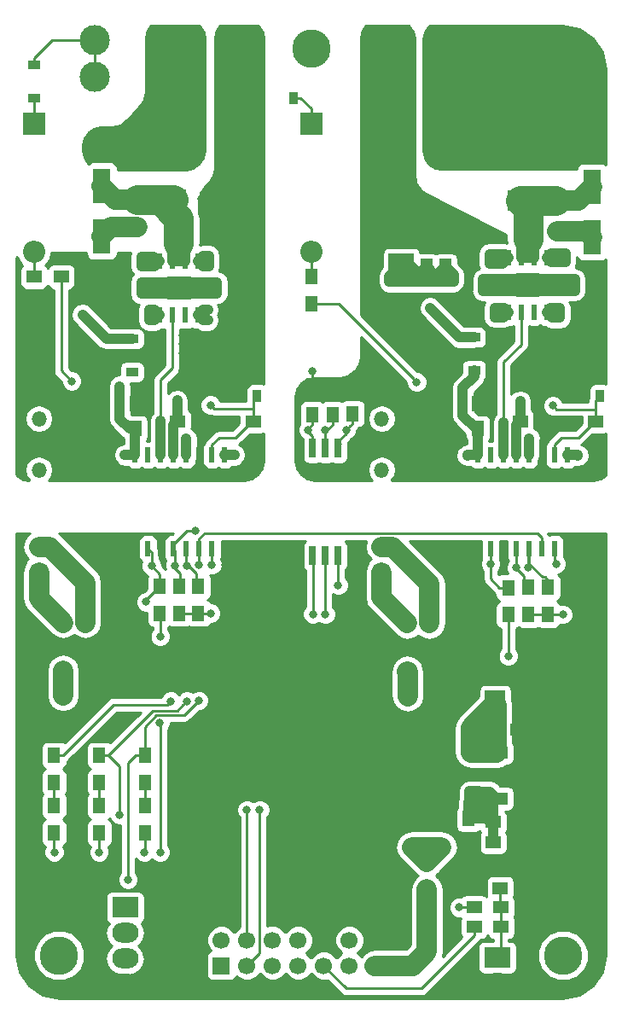
<source format=gtl>
G04 #@! TF.GenerationSoftware,KiCad,Pcbnew,no-vcs-found-b05a40e~61~ubuntu17.10.1*
G04 #@! TF.CreationDate,2017-12-27T10:39:54-05:00*
G04 #@! TF.ProjectId,ENNOID Dual Gate Driver,454E4E4F4944204475616C2047617465,rev?*
G04 #@! TF.SameCoordinates,Original*
G04 #@! TF.FileFunction,Copper,L1,Top,Signal*
G04 #@! TF.FilePolarity,Positive*
%FSLAX46Y46*%
G04 Gerber Fmt 4.6, Leading zero omitted, Abs format (unit mm)*
G04 Created by KiCad (PCBNEW no-vcs-found-b05a40e~61~ubuntu17.10.1) date Wed Dec 27 10:39:54 2017*
%MOMM*%
%LPD*%
G01*
G04 APERTURE LIST*
%ADD10C,3.800000*%
%ADD11R,2.500000X2.000000*%
%ADD12R,1.300000X1.500000*%
%ADD13R,2.000000X2.500000*%
%ADD14R,1.500000X1.250000*%
%ADD15R,1.250000X1.500000*%
%ADD16R,1.200000X0.900000*%
%ADD17R,0.900000X1.200000*%
%ADD18O,2.200000X2.200000*%
%ADD19R,2.200000X2.200000*%
%ADD20O,2.600000X2.000000*%
%ADD21R,2.600000X2.000000*%
%ADD22R,1.500000X1.300000*%
%ADD23R,2.600000X2.100000*%
%ADD24R,1.800000X3.500000*%
%ADD25R,0.600000X1.500000*%
%ADD26R,3.050000X2.750000*%
%ADD27R,6.400000X5.800000*%
%ADD28R,2.200000X1.200000*%
%ADD29C,3.000000*%
%ADD30R,0.640000X1.905000*%
%ADD31C,1.700000*%
%ADD32R,1.700000X1.700000*%
%ADD33R,0.950000X1.250000*%
%ADD34O,1.500000X1.500000*%
%ADD35R,1.500000X1.500000*%
%ADD36R,0.600000X1.550000*%
%ADD37R,1.175000X1.175000*%
%ADD38C,0.800000*%
%ADD39C,0.250000*%
%ADD40C,1.000000*%
%ADD41C,2.000000*%
%ADD42C,3.000000*%
%ADD43C,0.254000*%
G04 APERTURE END LIST*
D10*
X30000000Y-3000000D03*
X5000000Y-93000000D03*
D11*
X38963600Y-20402800D03*
X38963600Y-24402800D03*
D12*
X13500000Y-78150000D03*
X13500000Y-80850000D03*
D13*
X52279300Y-67995800D03*
X48279300Y-67995800D03*
D14*
X48026000Y-70561200D03*
X50526000Y-70561200D03*
X48076800Y-79768700D03*
X50576800Y-79768700D03*
X50576800Y-81762600D03*
X48076800Y-81762600D03*
D15*
X12598400Y-38250000D03*
X12598400Y-40750000D03*
D14*
X19250000Y-40000000D03*
X16750000Y-40000000D03*
X24250000Y-40000000D03*
X21750000Y-40000000D03*
X18663600Y-8676640D03*
X21163600Y-8676640D03*
D15*
X46583600Y-38250000D03*
X46583600Y-40750000D03*
D14*
X53250000Y-40000000D03*
X50750000Y-40000000D03*
X58250000Y-40000000D03*
X55750000Y-40000000D03*
D15*
X41452800Y-22168800D03*
X41452800Y-24668800D03*
X43332400Y-22168800D03*
X43332400Y-24668800D03*
D14*
X39453500Y-10871200D03*
X41953500Y-10871200D03*
D15*
X34112200Y-36750000D03*
X34112200Y-39250000D03*
X45636180Y-79443260D03*
X45636180Y-81943260D03*
D14*
X46273400Y-86334600D03*
X48773400Y-86334600D03*
D16*
X12242800Y-31827200D03*
X12242800Y-35127200D03*
X46177200Y-34974800D03*
X46177200Y-31674800D03*
D17*
X24650000Y-37500000D03*
X21350000Y-37500000D03*
D18*
X2500000Y-23200000D03*
D19*
X2500000Y-10500000D03*
D16*
X2540000Y-4649200D03*
X2540000Y-7949200D03*
D17*
X58650000Y-37500000D03*
X55350000Y-37500000D03*
D19*
X30000000Y-10500000D03*
D18*
X30000000Y-23200000D03*
D17*
X24969200Y-7924800D03*
X28269200Y-7924800D03*
D20*
X11544300Y-95872300D03*
X11544300Y-93332300D03*
X11544300Y-90792300D03*
D21*
X11544300Y-88252300D03*
D20*
X48488600Y-95758000D03*
D21*
X48488600Y-93218000D03*
D12*
X15011400Y-59084200D03*
X15011400Y-56384200D03*
X18821400Y-59058800D03*
X18821400Y-56358800D03*
X16916400Y-56358800D03*
X16916400Y-59058800D03*
D22*
X5214600Y-25679400D03*
X2514600Y-25679400D03*
D23*
X12783600Y-13099600D03*
X12783600Y-17999600D03*
X16283600Y-17999600D03*
X16283600Y-13099600D03*
D22*
X21263600Y-10566400D03*
X18563600Y-10566400D03*
D12*
X9000000Y-80850000D03*
X9000000Y-78150000D03*
X49580800Y-56511200D03*
X49580800Y-59211200D03*
X53517800Y-56485800D03*
X53517800Y-59185800D03*
X51587400Y-56485800D03*
X51587400Y-59185800D03*
X30000000Y-25650000D03*
X30000000Y-28350000D03*
D23*
X54275200Y-13201200D03*
X54275200Y-18101200D03*
X50775200Y-18101200D03*
X50775200Y-13201200D03*
D22*
X42078900Y-8966200D03*
X39378900Y-8966200D03*
D12*
X32117600Y-39350000D03*
X32117600Y-36650000D03*
X30117600Y-36650000D03*
X30117600Y-39350000D03*
D22*
X48873400Y-90144600D03*
X46173400Y-90144600D03*
X48873400Y-88239600D03*
X46173400Y-88239600D03*
D24*
X9245600Y-16651600D03*
X9245600Y-21651600D03*
X57912000Y-21753200D03*
X57912000Y-16753200D03*
D12*
X13500000Y-73150000D03*
X13500000Y-75850000D03*
X9000000Y-75850000D03*
X9000000Y-73150000D03*
X41503600Y-86440000D03*
X41503600Y-83740000D03*
X4500000Y-78150000D03*
X4500000Y-80850000D03*
D25*
X21445000Y-52650000D03*
X20175000Y-52650000D03*
X18905000Y-52650000D03*
X17635000Y-52650000D03*
X16365000Y-52650000D03*
X15095000Y-52650000D03*
X13825000Y-52650000D03*
X12555000Y-52650000D03*
X12555000Y-43350000D03*
X13825000Y-43350000D03*
X15095000Y-43350000D03*
X16365000Y-43350000D03*
X17635000Y-43350000D03*
X18905000Y-43350000D03*
X20175000Y-43350000D03*
X21445000Y-43350000D03*
X55445000Y-43350000D03*
X54175000Y-43350000D03*
X52905000Y-43350000D03*
X51635000Y-43350000D03*
X50365000Y-43350000D03*
X49095000Y-43350000D03*
X47825000Y-43350000D03*
X46555000Y-43350000D03*
X46555000Y-52650000D03*
X47825000Y-52650000D03*
X49095000Y-52650000D03*
X50365000Y-52650000D03*
X51635000Y-52650000D03*
X52905000Y-52650000D03*
X54175000Y-52650000D03*
X55445000Y-52650000D03*
D26*
X53053800Y-76686200D03*
X56403800Y-73636200D03*
X53053800Y-73636200D03*
X56403800Y-76686200D03*
D27*
X54728800Y-75161200D03*
D28*
X48428800Y-77441200D03*
X48428800Y-75161200D03*
X48428800Y-72881200D03*
D29*
X22500000Y-5830000D03*
X22500000Y-2170000D03*
X8500000Y-5830000D03*
X8500000Y-2170000D03*
X16500000Y-5830000D03*
X16500000Y-2170000D03*
X43500000Y-5830000D03*
X43500000Y-2170000D03*
X37500000Y-2170000D03*
X37500000Y-5830000D03*
D30*
X32689800Y-42652500D03*
X31419800Y-42652500D03*
X30149800Y-42652500D03*
X28879800Y-42652500D03*
X28879800Y-53347500D03*
X30149800Y-53347500D03*
X31419800Y-53347500D03*
X32689800Y-53347500D03*
D31*
X38887400Y-91478100D03*
X38887400Y-94018100D03*
X36347400Y-91478100D03*
X36347400Y-94018100D03*
X33807400Y-91478100D03*
X33807400Y-94018100D03*
X31267400Y-91478100D03*
X31267400Y-94018100D03*
X28727400Y-91478100D03*
X28727400Y-94018100D03*
X26187400Y-91478100D03*
X26187400Y-94018100D03*
X23647400Y-91478100D03*
X23647400Y-94018100D03*
X21107400Y-91478100D03*
D32*
X21107400Y-94018100D03*
D33*
X5400800Y-64732000D03*
X7400800Y-64732000D03*
X7400800Y-59982000D03*
X5400800Y-59982000D03*
X39563800Y-60058200D03*
X41563800Y-60058200D03*
X41563800Y-64808200D03*
X39563800Y-64808200D03*
D34*
X3000000Y-39760000D03*
X3000000Y-42300000D03*
X3000000Y-44840000D03*
X3000000Y-52460000D03*
D35*
X3000000Y-55000000D03*
D34*
X37000000Y-39760000D03*
X37000000Y-42300000D03*
X37000000Y-44840000D03*
X37000000Y-52460000D03*
D35*
X37000000Y-55000000D03*
D36*
X14985400Y-29483600D03*
X16255400Y-29483600D03*
X17525400Y-29483600D03*
X18795400Y-29483600D03*
X18795400Y-24083600D03*
X17525400Y-24083600D03*
X16255400Y-24083600D03*
X14985400Y-24083600D03*
D37*
X17477900Y-26196100D03*
X16302900Y-26196100D03*
X17477900Y-27371100D03*
X16302900Y-27371100D03*
D36*
X49595000Y-29178800D03*
X50865000Y-29178800D03*
X52135000Y-29178800D03*
X53405000Y-29178800D03*
X53405000Y-23778800D03*
X52135000Y-23778800D03*
X50865000Y-23778800D03*
X49595000Y-23778800D03*
D37*
X52087500Y-25891300D03*
X50912500Y-25891300D03*
X52087500Y-27066300D03*
X50912500Y-27066300D03*
D12*
X4500000Y-75850000D03*
X4500000Y-73150000D03*
D10*
X55000000Y-93000000D03*
D38*
X49098200Y-54508400D03*
X55067200Y-55295800D03*
X54350582Y-54147982D03*
X47825000Y-54178200D03*
X15011400Y-69900800D03*
X11023600Y-79070200D03*
X18491200Y-50901600D03*
X50368200Y-54533800D03*
X45897800Y-54508400D03*
X28879800Y-56261000D03*
X11277600Y-53467000D03*
X21463000Y-54229000D03*
X54991000Y-59182000D03*
X32689800Y-56261000D03*
X45720000Y-76733400D03*
X46634400Y-76758800D03*
X46634400Y-77698600D03*
X13462000Y-82753200D03*
X8966200Y-82753200D03*
X4521200Y-82753200D03*
X20052190Y-59055000D03*
X20167600Y-54229000D03*
X45694600Y-77698600D03*
X44678600Y-88239600D03*
X14173200Y-54381400D03*
X13639800Y-57937400D03*
X15036800Y-61366400D03*
X15036800Y-82753200D03*
X49580800Y-63296800D03*
X11836400Y-85471000D03*
X18872198Y-67716400D03*
X18872200Y-54254400D03*
X30175200Y-59131200D03*
X23647400Y-78562200D03*
X31419800Y-59156600D03*
X24917400Y-78562200D03*
X45847000Y-70688200D03*
X45847000Y-71755000D03*
X45847000Y-72847200D03*
X51587400Y-54533800D03*
X17678400Y-67767198D03*
X17678400Y-54305200D03*
X16078200Y-67767200D03*
X16510000Y-54305200D03*
X39598600Y-67259200D03*
X5410200Y-67208400D03*
X42951400Y-82245200D03*
X41986200Y-82245200D03*
X40995600Y-82245200D03*
X40005000Y-82245200D03*
X31800800Y-82473800D03*
X33680400Y-82448400D03*
X15113000Y-31470600D03*
X15113000Y-32334200D03*
X15113000Y-33223200D03*
X17272000Y-33223200D03*
X17272000Y-32334200D03*
X17272000Y-31445200D03*
X24892000Y-16433800D03*
X24028400Y-16433800D03*
X23164800Y-16433800D03*
X22301200Y-16433800D03*
X19100800Y-17907000D03*
X19964400Y-17907000D03*
X20828000Y-17907000D03*
X21691600Y-17881600D03*
X13944600Y-29972000D03*
X13944600Y-28981400D03*
X19761200Y-29972000D03*
X19761200Y-28981400D03*
X7315200Y-29438600D03*
X12750800Y-20726400D03*
X11887200Y-20726400D03*
X55372000Y-21132800D03*
X54457600Y-21132800D03*
X13157200Y-23672806D03*
X13157200Y-24638000D03*
X19862800Y-24587200D03*
X19862800Y-23571200D03*
X11023600Y-36525200D03*
X24790400Y-13157200D03*
X22402800Y-43332400D03*
X11531600Y-43332400D03*
X16713200Y-37947600D03*
X44145200Y-26111200D03*
X43230800Y-26111200D03*
X42316400Y-26111200D03*
X41402000Y-26111200D03*
X40487600Y-26162000D03*
X39573200Y-26162000D03*
X38658800Y-26162000D03*
X37744400Y-26162000D03*
X30124400Y-35052000D03*
X48209200Y-28752800D03*
X48209200Y-29667200D03*
X47701200Y-24333200D03*
X47701200Y-23418800D03*
X54711600Y-29718000D03*
X55270400Y-24231600D03*
X55270400Y-23317200D03*
X54711600Y-28803600D03*
X45059600Y-36677600D03*
X56489600Y-43383200D03*
X45516800Y-43383200D03*
X50749200Y-37998400D03*
X6248400Y-36017200D03*
X20015200Y-38404800D03*
X40487600Y-36118800D03*
X54000400Y-38455600D03*
X33477200Y-40893996D03*
X41808400Y-28752800D03*
X31394398Y-40894000D03*
X29718000Y-40843200D03*
X15087600Y-39979600D03*
X17627600Y-41757600D03*
X51663600Y-41706800D03*
X49123600Y-40081200D03*
D39*
X49098200Y-54508400D02*
X49098200Y-52653200D01*
X49098200Y-52653200D02*
X49095000Y-52650000D01*
X54175000Y-53972400D02*
X54350582Y-54147982D01*
X54175000Y-52650000D02*
X54175000Y-53972400D01*
X32689800Y-53347500D02*
X32689800Y-56261000D01*
X47825000Y-54178200D02*
X47825000Y-55655400D01*
X47825000Y-52650000D02*
X47825000Y-54178200D01*
X15036800Y-73279000D02*
X15036800Y-69926200D01*
X15036800Y-82753200D02*
X15036800Y-73279000D01*
X15036800Y-69926200D02*
X15011400Y-69900800D01*
X8500000Y-5830000D02*
X8500000Y-2170000D01*
X18472199Y-68116399D02*
X18872198Y-67716400D01*
X17412800Y-69175798D02*
X18472199Y-68116399D01*
X13500000Y-73150000D02*
X13500000Y-70339196D01*
X13500000Y-70339196D02*
X14663398Y-69175798D01*
X14663398Y-69175798D02*
X17412800Y-69175798D01*
X11023600Y-74273600D02*
X11023600Y-78504515D01*
X11023600Y-78504515D02*
X11023600Y-79070200D01*
X9900000Y-73150000D02*
X11023600Y-74273600D01*
X14324213Y-68725787D02*
X16719811Y-68725787D01*
X17278401Y-68167197D02*
X17678400Y-67767198D01*
X16719811Y-68725787D02*
X17278401Y-68167197D01*
X9900000Y-73150000D02*
X14324213Y-68725787D01*
X17663400Y-50901600D02*
X16365000Y-52200000D01*
X16365000Y-52200000D02*
X16365000Y-52650000D01*
X18491200Y-50901600D02*
X17663400Y-50901600D01*
X54987200Y-59185800D02*
X54991000Y-59182000D01*
X53517800Y-59185800D02*
X54987200Y-59185800D01*
X51587400Y-59185800D02*
X53517800Y-59185800D01*
D40*
X48076800Y-79768700D02*
X47764700Y-79768700D01*
X47764700Y-79768700D02*
X45694600Y-77698600D01*
X48076800Y-79768700D02*
X48076800Y-79141000D01*
X48076800Y-79141000D02*
X46634400Y-77698600D01*
X48428800Y-77441200D02*
X47638240Y-77441200D01*
X47638240Y-77441200D02*
X45636180Y-79443260D01*
X45636180Y-79443260D02*
X47751360Y-79443260D01*
X47751360Y-79443260D02*
X48076800Y-79768700D01*
X48076800Y-81762600D02*
X48076800Y-79768700D01*
X46634400Y-77698600D02*
X46634400Y-78445040D01*
X46634400Y-78445040D02*
X45636180Y-79443260D01*
X45636180Y-79443260D02*
X45636180Y-77757020D01*
X48076800Y-79768700D02*
X48076800Y-77793200D01*
X48076800Y-77793200D02*
X48428800Y-77441200D01*
X45720000Y-76733400D02*
X46609000Y-76733400D01*
X46609000Y-76733400D02*
X46634400Y-76758800D01*
X46634400Y-76758800D02*
X46634400Y-77698600D01*
X45694600Y-77698600D02*
X46634400Y-77698600D01*
X45720000Y-76733400D02*
X45720000Y-77673200D01*
X45720000Y-77673200D02*
X45694600Y-77698600D01*
X46634400Y-76758800D02*
X47746400Y-76758800D01*
X47746400Y-76758800D02*
X48428800Y-77441200D01*
D39*
X18821400Y-59058800D02*
X16916400Y-59058800D01*
X13500000Y-82715200D02*
X13462000Y-82753200D01*
X13500000Y-80850000D02*
X13500000Y-82715200D01*
X9000000Y-82719400D02*
X8966200Y-82753200D01*
X9000000Y-80850000D02*
X9000000Y-82719400D01*
X4500000Y-82732000D02*
X4521200Y-82753200D01*
X4500000Y-80850000D02*
X4500000Y-82732000D01*
X18821400Y-59058800D02*
X20048390Y-59058800D01*
X20048390Y-59058800D02*
X20052190Y-59055000D01*
X20175000Y-54221600D02*
X20167600Y-54229000D01*
X20175000Y-52650000D02*
X20175000Y-54221600D01*
X45636180Y-77757020D02*
X45694600Y-77698600D01*
X46173400Y-88239600D02*
X44678600Y-88239600D01*
D41*
X3000000Y-55000000D02*
X3000000Y-57581200D01*
X3000000Y-57581200D02*
X5400800Y-59982000D01*
X4060660Y-52460000D02*
X7600808Y-56000148D01*
X3000000Y-52460000D02*
X4060660Y-52460000D01*
X7600808Y-56000148D02*
X7600808Y-59982000D01*
X37000000Y-55000000D02*
X37000000Y-57494400D01*
X37000000Y-57494400D02*
X39563800Y-60058200D01*
X38060660Y-52460000D02*
X41763808Y-56163148D01*
X37000000Y-52460000D02*
X38060660Y-52460000D01*
X41763808Y-56163148D02*
X41763808Y-60058200D01*
D39*
X15011400Y-56384200D02*
X15011400Y-55219600D01*
X15011400Y-55219600D02*
X14173200Y-54381400D01*
X14173200Y-54381400D02*
X14173200Y-52998200D01*
X14173200Y-52998200D02*
X13825000Y-52650000D01*
X13639800Y-57937400D02*
X13639800Y-57755800D01*
X13639800Y-57755800D02*
X15011400Y-56384200D01*
X47825000Y-55655400D02*
X48680800Y-56511200D01*
X48680800Y-56511200D02*
X49580800Y-56511200D01*
X15036800Y-61366400D02*
X15036800Y-59109600D01*
X15036800Y-59109600D02*
X15011400Y-59084200D01*
X49580800Y-59211200D02*
X49580800Y-63296800D01*
X48873400Y-90144600D02*
X48873400Y-92833200D01*
X48873400Y-92833200D02*
X48488600Y-93218000D01*
X48873400Y-90144600D02*
X48873400Y-88239600D01*
X48773400Y-86334600D02*
X48773400Y-88139600D01*
X48773400Y-88139600D02*
X48873400Y-88239600D01*
X40926600Y-96291400D02*
X33540700Y-96291400D01*
X33540700Y-96291400D02*
X31267400Y-94018100D01*
X46173400Y-90144600D02*
X46173400Y-91044600D01*
X46173400Y-91044600D02*
X40926600Y-96291400D01*
X18905000Y-51650000D02*
X19420010Y-51134990D01*
X52481190Y-51134990D02*
X52905000Y-51558800D01*
X18905000Y-52650000D02*
X18905000Y-51650000D01*
X19420010Y-51134990D02*
X52481190Y-51134990D01*
X52905000Y-51558800D02*
X52905000Y-52650000D01*
X11836400Y-73913600D02*
X12600000Y-73150000D01*
X11836400Y-85471000D02*
X11836400Y-73913600D01*
X12600000Y-73150000D02*
X13500000Y-73150000D01*
X18872200Y-54254400D02*
X18872200Y-52682800D01*
X18872200Y-52682800D02*
X18905000Y-52650000D01*
X30175200Y-59131200D02*
X30175200Y-53372900D01*
X30175200Y-53372900D02*
X30149800Y-53347500D01*
X23647400Y-91478100D02*
X23647400Y-78562200D01*
X31419800Y-53347500D02*
X31419800Y-59156600D01*
X24917400Y-92748100D02*
X24917400Y-79127885D01*
X24917400Y-79127885D02*
X24917400Y-78562200D01*
X23647400Y-94018100D02*
X24917400Y-92748100D01*
X31292800Y-53474500D02*
X31419800Y-53347500D01*
X13500000Y-75850000D02*
X13500000Y-78150000D01*
X9000000Y-75850000D02*
X9000000Y-78150000D01*
X4500000Y-75850000D02*
X4500000Y-78150000D01*
D41*
X48428800Y-72881200D02*
X48428800Y-68145300D01*
X48428800Y-68145300D02*
X48279300Y-67995800D01*
X45847000Y-72847200D02*
X45847000Y-72740200D01*
X45847000Y-72740200D02*
X48026000Y-70561200D01*
X45847000Y-72847200D02*
X48394800Y-72847200D01*
X48394800Y-72847200D02*
X48428800Y-72881200D01*
X45847000Y-72847200D02*
X45847000Y-70428100D01*
X45847000Y-70428100D02*
X48279300Y-67995800D01*
D39*
X51635000Y-54175000D02*
X52945800Y-55485800D01*
X52945800Y-55485800D02*
X53225200Y-55485800D01*
X51635000Y-52650000D02*
X51635000Y-54175000D01*
X53225200Y-55485800D02*
X53517800Y-55778400D01*
X53517800Y-55778400D02*
X53517800Y-56485800D01*
X51587400Y-54533800D02*
X51587400Y-52697600D01*
X51587400Y-52697600D02*
X51635000Y-52650000D01*
X9000000Y-73150000D02*
X9900000Y-73150000D01*
X17635000Y-54084000D02*
X18643600Y-55092600D01*
X17635000Y-52650000D02*
X17635000Y-54084000D01*
X18643600Y-55092600D02*
X18643600Y-56081000D01*
X18643600Y-56081000D02*
X18821400Y-56258800D01*
X18821400Y-56258800D02*
X18821400Y-56358800D01*
X50365000Y-54606800D02*
X51130200Y-55372000D01*
X50365000Y-52650000D02*
X50365000Y-54606800D01*
X51130200Y-55372000D02*
X51130200Y-55928600D01*
X51130200Y-55928600D02*
X51587400Y-56385800D01*
X51587400Y-56385800D02*
X51587400Y-56485800D01*
X5400000Y-73150000D02*
X10427200Y-68122800D01*
X4500000Y-73150000D02*
X5400000Y-73150000D01*
X15722600Y-68122800D02*
X16078200Y-67767200D01*
X10427200Y-68122800D02*
X15722600Y-68122800D01*
X16510000Y-52795000D02*
X16510000Y-54559200D01*
X16365000Y-52650000D02*
X16510000Y-52795000D01*
X16510000Y-54559200D02*
X17043400Y-55092600D01*
X17043400Y-55092600D02*
X17043400Y-56231800D01*
X17043400Y-56231800D02*
X16916400Y-56358800D01*
D41*
X39573200Y-67233800D02*
X39573200Y-64817600D01*
X39598600Y-67259200D02*
X39573200Y-67233800D01*
X39573200Y-64817600D02*
X39563800Y-64808200D01*
X5410200Y-67208400D02*
X5410200Y-64741400D01*
X5410200Y-64741400D02*
X5400800Y-64732000D01*
X40005000Y-82245200D02*
X42951400Y-82245200D01*
X41503600Y-83740000D02*
X41503600Y-83693000D01*
X41503600Y-83693000D02*
X42951400Y-82245200D01*
X41503600Y-83740000D02*
X41499800Y-83740000D01*
X41499800Y-83740000D02*
X40005000Y-82245200D01*
D40*
X13944600Y-29972000D02*
X13944600Y-28981400D01*
X13944600Y-29972000D02*
X14497000Y-29972000D01*
X14497000Y-29972000D02*
X14985400Y-29483600D01*
X13944600Y-28981400D02*
X14483200Y-28981400D01*
X14483200Y-28981400D02*
X14985400Y-29483600D01*
X19761200Y-29972000D02*
X19283800Y-29972000D01*
X19283800Y-29972000D02*
X18795400Y-29483600D01*
X19761200Y-28981400D02*
X19297600Y-28981400D01*
X19297600Y-28981400D02*
X18795400Y-29483600D01*
D39*
X5214600Y-25679400D02*
X5214600Y-34983400D01*
X5214600Y-34983400D02*
X6248400Y-36017200D01*
D40*
X12242800Y-31827200D02*
X9703800Y-31827200D01*
X9703800Y-31827200D02*
X7315200Y-29438600D01*
D39*
X2514600Y-25679400D02*
X2514600Y-23214600D01*
X2514600Y-23214600D02*
X2500000Y-23200000D01*
D41*
X40089481Y-94018100D02*
X41503600Y-92603981D01*
X38887400Y-94018100D02*
X40089481Y-94018100D01*
X41503600Y-92603981D02*
X41503600Y-89190000D01*
X41503600Y-89190000D02*
X41503600Y-86440000D01*
X36347400Y-94018100D02*
X38887400Y-94018100D01*
X11887200Y-20726400D02*
X10170800Y-20726400D01*
X10170800Y-20726400D02*
X9245600Y-21651600D01*
X12750800Y-20726400D02*
X11887200Y-20726400D01*
D40*
X20658900Y-26196100D02*
X20658900Y-27296300D01*
X20658900Y-27296300D02*
X20584100Y-27371100D01*
D41*
X54457600Y-21132800D02*
X55372000Y-21132800D01*
X55372000Y-21132800D02*
X57291600Y-21132800D01*
X57291600Y-21132800D02*
X57912000Y-21753200D01*
D40*
X18237200Y-27371100D02*
X18948400Y-27371100D01*
X17477900Y-27371100D02*
X18237200Y-27371100D01*
X17477900Y-26196100D02*
X18237200Y-26196100D01*
X18237200Y-26196100D02*
X18999200Y-26196100D01*
X18237200Y-27371100D02*
X18237200Y-26196100D01*
X19913600Y-27371100D02*
X20584100Y-27371100D01*
X18999200Y-26196100D02*
X19812000Y-26196100D01*
X18948400Y-27371100D02*
X19913600Y-27371100D01*
X19812000Y-26196100D02*
X20658900Y-26196100D01*
X19913600Y-26297700D02*
X19812000Y-26196100D01*
X19913600Y-27371100D02*
X19913600Y-26297700D01*
X18948400Y-27371100D02*
X18948400Y-26246900D01*
X18948400Y-26246900D02*
X18999200Y-26196100D01*
X16302900Y-27371100D02*
X15890400Y-27371100D01*
X15890400Y-27371100D02*
X14715400Y-26196100D01*
X13167300Y-26771600D02*
X13167300Y-26202700D01*
X16302900Y-26196100D02*
X14715400Y-26196100D01*
X13167300Y-27371100D02*
X13167300Y-26771600D01*
X14715400Y-26196100D02*
X14139900Y-26771600D01*
X14139900Y-26771600D02*
X13167300Y-26771600D01*
X13167300Y-26202700D02*
X13173900Y-26196100D01*
X16302900Y-27371100D02*
X13167300Y-27371100D01*
X16302900Y-26196100D02*
X13173900Y-26196100D01*
X52087500Y-27066300D02*
X56144100Y-27066300D01*
X56144100Y-27066300D02*
X56184800Y-27025600D01*
X56201500Y-26466800D02*
X56201500Y-25891300D01*
X56201500Y-27042300D02*
X56201500Y-26466800D01*
X50912500Y-25891300D02*
X52500000Y-25891300D01*
X52500000Y-25891300D02*
X53075500Y-26466800D01*
X53075500Y-26466800D02*
X56201500Y-26466800D01*
X52087500Y-25891300D02*
X56201500Y-25891300D01*
X47057500Y-26416000D02*
X47057500Y-27059700D01*
X50500000Y-25891300D02*
X49975300Y-26416000D01*
X49975300Y-26416000D02*
X47057500Y-26416000D01*
X47057500Y-25891300D02*
X47057500Y-26416000D01*
X52087500Y-25891300D02*
X50500000Y-25891300D01*
X47057500Y-27059700D02*
X47050900Y-27066300D01*
X50912500Y-27066300D02*
X47050900Y-27066300D01*
X50912500Y-25891300D02*
X47057500Y-25891300D01*
X14787200Y-24083600D02*
X14376400Y-23672800D01*
X14985400Y-24083600D02*
X14787200Y-24083600D01*
X14376400Y-23672800D02*
X13157206Y-23672800D01*
X13157206Y-23672800D02*
X13157200Y-23672806D01*
X13157200Y-24638000D02*
X13157200Y-23672806D01*
X13157200Y-24638000D02*
X14431000Y-24638000D01*
X14431000Y-24638000D02*
X14985400Y-24083600D01*
X19862800Y-23571200D02*
X19862800Y-24587200D01*
X19862800Y-24587200D02*
X19299000Y-24587200D01*
X19299000Y-24587200D02*
X18795400Y-24083600D01*
X19862800Y-23571200D02*
X19307800Y-23571200D01*
X19307800Y-23571200D02*
X18795400Y-24083600D01*
X11023600Y-39776400D02*
X11997200Y-40750000D01*
X11023600Y-36525200D02*
X11023600Y-39776400D01*
X11997200Y-40750000D02*
X12598400Y-40750000D01*
D39*
X22512000Y-5842000D02*
X23520400Y-5842000D01*
X22500000Y-5830000D02*
X22512000Y-5842000D01*
X23305200Y-5830000D02*
X22500000Y-5830000D01*
D40*
X12555000Y-43350000D02*
X12555000Y-40793400D01*
X12555000Y-40793400D02*
X12598400Y-40750000D01*
X22385200Y-43350000D02*
X22402800Y-43332400D01*
X21445000Y-43350000D02*
X22385200Y-43350000D01*
X11549200Y-43350000D02*
X11531600Y-43332400D01*
X12555000Y-43350000D02*
X11549200Y-43350000D01*
X16750000Y-40000000D02*
X16750000Y-37984400D01*
X16750000Y-37984400D02*
X16713200Y-37947600D01*
X16365000Y-43350000D02*
X16365000Y-40385000D01*
X16365000Y-40385000D02*
X16750000Y-40000000D01*
X38963600Y-24402800D02*
X39693600Y-24402800D01*
X39693600Y-24402800D02*
X41402000Y-26111200D01*
X40487600Y-26162000D02*
X40487600Y-25634000D01*
X40487600Y-25634000D02*
X41452800Y-24668800D01*
X38658800Y-26162000D02*
X38658800Y-24707600D01*
X38658800Y-24707600D02*
X38963600Y-24402800D01*
X39573200Y-26162000D02*
X39573200Y-25012400D01*
X39573200Y-25012400D02*
X38963600Y-24402800D01*
X40487600Y-26162000D02*
X40487600Y-25926800D01*
X40487600Y-25926800D02*
X38963600Y-24402800D01*
X42316400Y-26111200D02*
X42316400Y-25684800D01*
X42316400Y-25684800D02*
X43332400Y-24668800D01*
X42316400Y-26111200D02*
X42316400Y-25532400D01*
X42316400Y-25532400D02*
X41452800Y-24668800D01*
X44145200Y-26111200D02*
X44145200Y-25481600D01*
X44145200Y-25481600D02*
X43332400Y-24668800D01*
X37744400Y-26162000D02*
X37744400Y-25622000D01*
X37744400Y-25622000D02*
X38963600Y-24402800D01*
X43230800Y-26111200D02*
X43230800Y-24770400D01*
X43230800Y-24770400D02*
X43332400Y-24668800D01*
X41402000Y-26111200D02*
X41402000Y-24719600D01*
X41402000Y-24719600D02*
X41452800Y-24668800D01*
X37744400Y-26162000D02*
X44094400Y-26162000D01*
X44094400Y-26162000D02*
X44145200Y-26111200D01*
X46177200Y-34974800D02*
X46177200Y-35560000D01*
X46177200Y-35560000D02*
X45059600Y-36677600D01*
X43586400Y-24922800D02*
X43332400Y-24668800D01*
X43180000Y-22016400D02*
X43332400Y-22168800D01*
D39*
X30117600Y-36650000D02*
X29217600Y-36650000D01*
X29217600Y-36650000D02*
X28549609Y-37317991D01*
X28549609Y-37317991D02*
X28549609Y-41205829D01*
X28549609Y-41205829D02*
X28879800Y-41536020D01*
X28879800Y-41536020D02*
X28879800Y-42652500D01*
X30117600Y-36650000D02*
X30117600Y-35058800D01*
X30117600Y-35058800D02*
X30124400Y-35052000D01*
D40*
X48209200Y-28752800D02*
X48209200Y-29667200D01*
X48209200Y-29667200D02*
X49106600Y-29667200D01*
X49106600Y-29667200D02*
X49595000Y-29178800D01*
X48209200Y-28752800D02*
X49169000Y-28752800D01*
X49169000Y-28752800D02*
X49595000Y-29178800D01*
X47701200Y-24333200D02*
X47701200Y-23418800D01*
X47701200Y-24333200D02*
X49040600Y-24333200D01*
X49040600Y-24333200D02*
X49595000Y-23778800D01*
X47701200Y-23418800D02*
X49235000Y-23418800D01*
X49235000Y-23418800D02*
X49595000Y-23778800D01*
X55270400Y-23317200D02*
X55270400Y-24231600D01*
X55270400Y-24231600D02*
X53857800Y-24231600D01*
X53857800Y-24231600D02*
X53405000Y-23778800D01*
X55270400Y-23317200D02*
X53866600Y-23317200D01*
X53866600Y-23317200D02*
X53405000Y-23778800D01*
X54711600Y-29718000D02*
X54711600Y-28803600D01*
X54711600Y-29718000D02*
X53944200Y-29718000D01*
X53944200Y-29718000D02*
X53405000Y-29178800D01*
X54711600Y-28803600D02*
X53780200Y-28803600D01*
X53780200Y-28803600D02*
X53405000Y-29178800D01*
X46388800Y-40750000D02*
X45059600Y-39420800D01*
X46583600Y-40750000D02*
X46388800Y-40750000D01*
X45059600Y-39420800D02*
X45059600Y-36677600D01*
X56456400Y-43350000D02*
X56489600Y-43383200D01*
X55445000Y-43350000D02*
X56456400Y-43350000D01*
X45550000Y-43350000D02*
X45516800Y-43383200D01*
X46555000Y-43350000D02*
X45550000Y-43350000D01*
X46555000Y-43350000D02*
X46555000Y-40778600D01*
X46555000Y-40778600D02*
X46583600Y-40750000D01*
X50750000Y-40000000D02*
X50750000Y-37999200D01*
X50750000Y-37999200D02*
X50749200Y-37998400D01*
X50365000Y-43350000D02*
X50365000Y-40385000D01*
X50365000Y-40385000D02*
X50750000Y-40000000D01*
D39*
X24250000Y-38760400D02*
X24250000Y-37900000D01*
X24250000Y-40000000D02*
X24250000Y-38760400D01*
X24250000Y-38760400D02*
X20370800Y-38760400D01*
X20370800Y-38760400D02*
X20015200Y-38404800D01*
X24250000Y-37900000D02*
X24650000Y-37500000D01*
X22469000Y-41656000D02*
X24125000Y-40000000D01*
X20869000Y-41656000D02*
X22469000Y-41656000D01*
X24125000Y-40000000D02*
X24250000Y-40000000D01*
X20175000Y-43350000D02*
X20175000Y-42350000D01*
X20175000Y-42350000D02*
X20869000Y-41656000D01*
X30000000Y-28350000D02*
X32718800Y-28350000D01*
X40087601Y-35718801D02*
X40487600Y-36118800D01*
X32718800Y-28350000D02*
X40087601Y-35718801D01*
X58250000Y-38811200D02*
X58250000Y-37900000D01*
X58250000Y-40000000D02*
X58250000Y-38811200D01*
X58250000Y-38811200D02*
X54356000Y-38811200D01*
X54356000Y-38811200D02*
X54000400Y-38455600D01*
X58250000Y-37900000D02*
X58650000Y-37500000D01*
X54175000Y-42294200D02*
X54864000Y-41605200D01*
X54175000Y-43350000D02*
X54175000Y-42294200D01*
X54864000Y-41605200D02*
X56519800Y-41605200D01*
X56519800Y-41605200D02*
X58125000Y-40000000D01*
X58125000Y-40000000D02*
X58250000Y-40000000D01*
X32689800Y-42020000D02*
X33477200Y-41232600D01*
X33477200Y-41232600D02*
X33477200Y-40893996D01*
X34112200Y-39250000D02*
X34112200Y-40258996D01*
X34112200Y-40258996D02*
X33877199Y-40493997D01*
X33877199Y-40493997D02*
X33477200Y-40893996D01*
X32689800Y-42652500D02*
X32689800Y-42020000D01*
X34112200Y-39125000D02*
X34112200Y-39250000D01*
X32918400Y-42209100D02*
X32475000Y-42652500D01*
D40*
X44730400Y-31674800D02*
X41808400Y-28752800D01*
X46177200Y-31674800D02*
X44730400Y-31674800D01*
D39*
X2501900Y-23266400D02*
X2463800Y-23228300D01*
X2540000Y-7949200D02*
X2540000Y-10460000D01*
X2540000Y-10460000D02*
X2500000Y-10500000D01*
X4319200Y-2170000D02*
X2540000Y-3949200D01*
X8500000Y-2170000D02*
X4319200Y-2170000D01*
X2540000Y-3949200D02*
X2540000Y-4649200D01*
X28969200Y-7924800D02*
X30000000Y-8955600D01*
X28269200Y-7924800D02*
X28969200Y-7924800D01*
X30000000Y-8955600D02*
X30000000Y-9150000D01*
X30000000Y-9150000D02*
X30000000Y-10500000D01*
X29989200Y-10489200D02*
X30000000Y-10500000D01*
X30000000Y-23200000D02*
X30000000Y-25650000D01*
X31573600Y-40894000D02*
X31394398Y-40894000D01*
X32117600Y-40350000D02*
X31573600Y-40894000D01*
X31419800Y-42652500D02*
X31419800Y-40919402D01*
X31419800Y-40919402D02*
X31394398Y-40894000D01*
X32117600Y-39350000D02*
X32117600Y-40350000D01*
X30117600Y-40350000D02*
X29718000Y-40749600D01*
X29718000Y-40749600D02*
X29718000Y-40843200D01*
X30117600Y-39350000D02*
X30117600Y-40350000D01*
X29718000Y-41018200D02*
X29718000Y-40843200D01*
X30149800Y-41450000D02*
X29718000Y-41018200D01*
X30149800Y-42652500D02*
X30149800Y-41450000D01*
X15087600Y-35890200D02*
X16255400Y-34722400D01*
X16255400Y-31368400D02*
X16255400Y-29483600D01*
X15087600Y-39979600D02*
X15087600Y-35890200D01*
X16255400Y-34722400D02*
X16255400Y-31368400D01*
D40*
X15087600Y-39979600D02*
X15087600Y-43342600D01*
X15087600Y-43342600D02*
X15095000Y-43350000D01*
X17635000Y-41765000D02*
X17627600Y-41757600D01*
X17635000Y-43350000D02*
X17635000Y-41765000D01*
X51635000Y-41735400D02*
X51663600Y-41706800D01*
X51635000Y-43350000D02*
X51635000Y-41735400D01*
D39*
X49123600Y-34137600D02*
X50865000Y-32396200D01*
X49123600Y-40081200D02*
X49123600Y-34137600D01*
X50865000Y-32396200D02*
X50865000Y-29178800D01*
D40*
X49095000Y-40109800D02*
X49123600Y-40081200D01*
X49095000Y-43350000D02*
X49095000Y-40109800D01*
D42*
X16865600Y-22352000D02*
X16865600Y-19856000D01*
X16865600Y-19856000D02*
X15646400Y-18636800D01*
X15646400Y-18636800D02*
X16283600Y-17999600D01*
X12783600Y-17999600D02*
X16283600Y-17999600D01*
D41*
X12783600Y-17999600D02*
X10593600Y-17999600D01*
X10593600Y-17999600D02*
X9245600Y-16651600D01*
D40*
X17525400Y-24083600D02*
X17525400Y-23011800D01*
X17525400Y-23011800D02*
X16865600Y-22352000D01*
X16255400Y-24083600D02*
X16255400Y-22962200D01*
X16255400Y-22962200D02*
X16865600Y-22352000D01*
X16255400Y-24083600D02*
X17525400Y-24083600D01*
D41*
X54275200Y-18101200D02*
X56564000Y-18101200D01*
X56564000Y-18101200D02*
X57912000Y-16753200D01*
D40*
X51511200Y-21945600D02*
X52135000Y-21945600D01*
D42*
X51511200Y-18837200D02*
X50775200Y-18101200D01*
D40*
X50923200Y-21945600D02*
X51511200Y-21945600D01*
D42*
X51511200Y-21945600D02*
X51511200Y-18837200D01*
D40*
X51511200Y-21537598D02*
X51169800Y-22860000D01*
X52135000Y-22860000D02*
X51511200Y-21537598D01*
D42*
X50775200Y-18101200D02*
X54275200Y-18101200D01*
D40*
X50865000Y-22555200D02*
X50865000Y-22003800D01*
X50865000Y-23778800D02*
X50865000Y-22555200D01*
X51169800Y-22860000D02*
X50865000Y-22555200D01*
X52135000Y-23778800D02*
X52135000Y-22860000D01*
X52135000Y-22003800D02*
X52135000Y-22860000D01*
X50865000Y-22003800D02*
X50923200Y-21945600D01*
X50865000Y-23778800D02*
X50865000Y-22809200D01*
X52135000Y-23778800D02*
X51834600Y-23778800D01*
X51834600Y-23778800D02*
X50865000Y-22809200D01*
X50865000Y-23778800D02*
X52135000Y-23778800D01*
D43*
G36*
X1843880Y-51303880D02*
X1489457Y-51834313D01*
X1365000Y-52460000D01*
X1489457Y-53085687D01*
X1843880Y-53616120D01*
X1949789Y-53686886D01*
X1792191Y-53792191D01*
X1651843Y-54002235D01*
X1615293Y-54185985D01*
X1489457Y-54374313D01*
X1365000Y-55000000D01*
X1365000Y-57581195D01*
X1364999Y-57581200D01*
X1489457Y-58206888D01*
X1843880Y-58737320D01*
X4244680Y-61138120D01*
X4775112Y-61492543D01*
X5400800Y-61617001D01*
X6026488Y-61492543D01*
X6500804Y-61175615D01*
X6975121Y-61492543D01*
X7600808Y-61617000D01*
X8226495Y-61492543D01*
X8756928Y-61138120D01*
X9111351Y-60607687D01*
X9235808Y-59982000D01*
X9235808Y-56000148D01*
X9111351Y-55374461D01*
X8756928Y-54844028D01*
X8756925Y-54844026D01*
X5216780Y-51303880D01*
X4956849Y-51130200D01*
X16359998Y-51130200D01*
X16237638Y-51252560D01*
X16065000Y-51252560D01*
X15817235Y-51301843D01*
X15607191Y-51442191D01*
X15466843Y-51652235D01*
X15417560Y-51900000D01*
X15417560Y-53400000D01*
X15466843Y-53647765D01*
X15587394Y-53828181D01*
X15475180Y-54098423D01*
X15474821Y-54510171D01*
X15543859Y-54677257D01*
X15208235Y-54341633D01*
X15208379Y-54176429D01*
X15051142Y-53795885D01*
X14933200Y-53677737D01*
X14933200Y-52998200D01*
X14875348Y-52707361D01*
X14772440Y-52553348D01*
X14772440Y-51900000D01*
X14723157Y-51652235D01*
X14582809Y-51442191D01*
X14372765Y-51301843D01*
X14125000Y-51252560D01*
X13525000Y-51252560D01*
X13277235Y-51301843D01*
X13067191Y-51442191D01*
X12926843Y-51652235D01*
X12877560Y-51900000D01*
X12877560Y-53400000D01*
X12926843Y-53647765D01*
X13067191Y-53857809D01*
X13225898Y-53963855D01*
X13138380Y-54174623D01*
X13138021Y-54586371D01*
X13295258Y-54966915D01*
X13586154Y-55258319D01*
X13791793Y-55343707D01*
X13763243Y-55386435D01*
X13713960Y-55634200D01*
X13713960Y-56606838D01*
X13407133Y-56913665D01*
X13054285Y-57059458D01*
X12762881Y-57350354D01*
X12604980Y-57730623D01*
X12604621Y-58142371D01*
X12761858Y-58522915D01*
X13052754Y-58814319D01*
X13433023Y-58972220D01*
X13713960Y-58972465D01*
X13713960Y-59834200D01*
X13763243Y-60081965D01*
X13903591Y-60292009D01*
X14113635Y-60432357D01*
X14276800Y-60464812D01*
X14276800Y-60662639D01*
X14159881Y-60779354D01*
X14001980Y-61159623D01*
X14001621Y-61571371D01*
X14158858Y-61951915D01*
X14449754Y-62243319D01*
X14830023Y-62401220D01*
X15241771Y-62401579D01*
X15622315Y-62244342D01*
X15913719Y-61953446D01*
X16071620Y-61573177D01*
X16071979Y-61161429D01*
X15914742Y-60780885D01*
X15796800Y-60662737D01*
X15796800Y-60454708D01*
X15909165Y-60432357D01*
X15982907Y-60383084D01*
X16018635Y-60406957D01*
X16266400Y-60456240D01*
X17566400Y-60456240D01*
X17814165Y-60406957D01*
X17868900Y-60370384D01*
X17923635Y-60406957D01*
X18171400Y-60456240D01*
X19471400Y-60456240D01*
X19719165Y-60406957D01*
X19929209Y-60266609D01*
X20047219Y-60089996D01*
X20257161Y-60090179D01*
X20637705Y-59932942D01*
X20929109Y-59642046D01*
X21087010Y-59261777D01*
X21087369Y-58850029D01*
X20930132Y-58469485D01*
X20639236Y-58178081D01*
X20258967Y-58020180D01*
X20042132Y-58019991D01*
X19929209Y-57850991D01*
X19719165Y-57710643D01*
X19709900Y-57708800D01*
X19719165Y-57706957D01*
X19929209Y-57566609D01*
X20069557Y-57356565D01*
X20118840Y-57108800D01*
X20118840Y-55608800D01*
X20069557Y-55361035D01*
X20004625Y-55263858D01*
X20372571Y-55264179D01*
X20753115Y-55106942D01*
X21044519Y-54816046D01*
X21202420Y-54435777D01*
X21202779Y-54024029D01*
X21057186Y-53671667D01*
X21073157Y-53647765D01*
X21122440Y-53400000D01*
X21122440Y-51900000D01*
X21121443Y-51894990D01*
X29435149Y-51894990D01*
X29371991Y-51937191D01*
X29231643Y-52147235D01*
X29182360Y-52395000D01*
X29182360Y-54300000D01*
X29231643Y-54547765D01*
X29371991Y-54757809D01*
X29415200Y-54786681D01*
X29415200Y-58427439D01*
X29298281Y-58544154D01*
X29140380Y-58924423D01*
X29140021Y-59336171D01*
X29297258Y-59716715D01*
X29588154Y-60008119D01*
X29968423Y-60166020D01*
X30380171Y-60166379D01*
X30760715Y-60009142D01*
X30784609Y-59985290D01*
X30832754Y-60033519D01*
X31213023Y-60191420D01*
X31624771Y-60191779D01*
X32005315Y-60034542D01*
X32296719Y-59743646D01*
X32454620Y-59363377D01*
X32454979Y-58951629D01*
X32297742Y-58571085D01*
X32179800Y-58452937D01*
X32179800Y-57169911D01*
X32483023Y-57295820D01*
X32894771Y-57296179D01*
X33275315Y-57138942D01*
X33566719Y-56848046D01*
X33724620Y-56467777D01*
X33724979Y-56056029D01*
X33567742Y-55675485D01*
X33449800Y-55557337D01*
X33449800Y-54769709D01*
X33467609Y-54757809D01*
X33607957Y-54547765D01*
X33657240Y-54300000D01*
X33657240Y-52395000D01*
X33607957Y-52147235D01*
X33467609Y-51937191D01*
X33404451Y-51894990D01*
X35477388Y-51894990D01*
X35365000Y-52460000D01*
X35489457Y-53085687D01*
X35843880Y-53616120D01*
X35949789Y-53686886D01*
X35792191Y-53792191D01*
X35651843Y-54002235D01*
X35615293Y-54185985D01*
X35489457Y-54374313D01*
X35365000Y-55000000D01*
X35365000Y-57494395D01*
X35364999Y-57494400D01*
X35489457Y-58120088D01*
X35843880Y-58650520D01*
X38407681Y-61214320D01*
X38938113Y-61568743D01*
X39563800Y-61693201D01*
X40189488Y-61568743D01*
X40663804Y-61251815D01*
X41138121Y-61568743D01*
X41763808Y-61693200D01*
X42389495Y-61568743D01*
X42919928Y-61214320D01*
X43274351Y-60683887D01*
X43398808Y-60058200D01*
X43398808Y-56163148D01*
X43385245Y-56094960D01*
X43274351Y-55537460D01*
X43066120Y-55225821D01*
X42919928Y-55007028D01*
X42919925Y-55007026D01*
X39807890Y-51894990D01*
X46878557Y-51894990D01*
X46877560Y-51900000D01*
X46877560Y-53400000D01*
X46926108Y-53644071D01*
X46790180Y-53971423D01*
X46789821Y-54383171D01*
X46947058Y-54763715D01*
X47065000Y-54881863D01*
X47065000Y-55655400D01*
X47122852Y-55946239D01*
X47287599Y-56192801D01*
X48143399Y-57048601D01*
X48283360Y-57142120D01*
X48283360Y-57261200D01*
X48332643Y-57508965D01*
X48472991Y-57719009D01*
X48683035Y-57859357D01*
X48692300Y-57861200D01*
X48683035Y-57863043D01*
X48472991Y-58003391D01*
X48332643Y-58213435D01*
X48283360Y-58461200D01*
X48283360Y-59961200D01*
X48332643Y-60208965D01*
X48472991Y-60419009D01*
X48683035Y-60559357D01*
X48820800Y-60586760D01*
X48820800Y-62593039D01*
X48703881Y-62709754D01*
X48545980Y-63090023D01*
X48545621Y-63501771D01*
X48702858Y-63882315D01*
X48993754Y-64173719D01*
X49374023Y-64331620D01*
X49785771Y-64331979D01*
X50166315Y-64174742D01*
X50457719Y-63883846D01*
X50615620Y-63503577D01*
X50615979Y-63091829D01*
X50458742Y-62711285D01*
X50340800Y-62593137D01*
X50340800Y-60586760D01*
X50478565Y-60559357D01*
X50603107Y-60476140D01*
X50689635Y-60533957D01*
X50937400Y-60583240D01*
X52237400Y-60583240D01*
X52485165Y-60533957D01*
X52552600Y-60488898D01*
X52620035Y-60533957D01*
X52867800Y-60583240D01*
X54167800Y-60583240D01*
X54415565Y-60533957D01*
X54625609Y-60393609D01*
X54752530Y-60203660D01*
X54784223Y-60216820D01*
X55195971Y-60217179D01*
X55576515Y-60059942D01*
X55867919Y-59769046D01*
X56025820Y-59388777D01*
X56026179Y-58977029D01*
X55868942Y-58596485D01*
X55578046Y-58305081D01*
X55197777Y-58147180D01*
X54786029Y-58146821D01*
X54748719Y-58162237D01*
X54625609Y-57977991D01*
X54415565Y-57837643D01*
X54406300Y-57835800D01*
X54415565Y-57833957D01*
X54625609Y-57693609D01*
X54765957Y-57483565D01*
X54815240Y-57235800D01*
X54815240Y-55735800D01*
X54765957Y-55488035D01*
X54625609Y-55277991D01*
X54483593Y-55183098D01*
X54555553Y-55183161D01*
X54936097Y-55025924D01*
X55227501Y-54735028D01*
X55385402Y-54354759D01*
X55385761Y-53943011D01*
X55228524Y-53562467D01*
X55113119Y-53446860D01*
X55122440Y-53400000D01*
X55122440Y-51900000D01*
X55073157Y-51652235D01*
X54932809Y-51442191D01*
X54722765Y-51301843D01*
X54475000Y-51252560D01*
X53875000Y-51252560D01*
X53627235Y-51301843D01*
X53615454Y-51309715D01*
X53607148Y-51267961D01*
X53515099Y-51130200D01*
X59265000Y-51130200D01*
X59265000Y-92927610D01*
X58927043Y-94626634D01*
X58005629Y-96005629D01*
X56626634Y-96927043D01*
X54927610Y-97265000D01*
X5072390Y-97265000D01*
X3373366Y-96927043D01*
X1994371Y-96005629D01*
X1072957Y-94626634D01*
X849260Y-93502031D01*
X2464561Y-93502031D01*
X2849678Y-94434086D01*
X3562163Y-95147816D01*
X4493545Y-95534559D01*
X5502031Y-95535439D01*
X6434086Y-95150322D01*
X7147816Y-94437837D01*
X7534559Y-93506455D01*
X7535439Y-92497969D01*
X7150322Y-91565914D01*
X6437837Y-90852184D01*
X6293621Y-90792300D01*
X9571391Y-90792300D01*
X9695848Y-91417987D01*
X10050271Y-91948420D01*
X10220705Y-92062300D01*
X10050271Y-92176180D01*
X9695848Y-92706613D01*
X9571391Y-93332300D01*
X9695848Y-93957987D01*
X10050271Y-94488420D01*
X10580704Y-94842843D01*
X11206391Y-94967300D01*
X11882209Y-94967300D01*
X12507896Y-94842843D01*
X13038329Y-94488420D01*
X13392752Y-93957987D01*
X13517209Y-93332300D01*
X13484548Y-93168100D01*
X19609960Y-93168100D01*
X19609960Y-94868100D01*
X19659243Y-95115865D01*
X19799591Y-95325909D01*
X20009635Y-95466257D01*
X20257400Y-95515540D01*
X21957400Y-95515540D01*
X22205165Y-95466257D01*
X22415209Y-95325909D01*
X22555557Y-95115865D01*
X22570414Y-95041175D01*
X22805117Y-95276288D01*
X23350719Y-95502842D01*
X23941489Y-95503357D01*
X24487486Y-95277756D01*
X24905588Y-94860383D01*
X24917148Y-94832543D01*
X24927744Y-94858186D01*
X25345117Y-95276288D01*
X25890719Y-95502842D01*
X26481489Y-95503357D01*
X27027486Y-95277756D01*
X27445588Y-94860383D01*
X27457148Y-94832543D01*
X27467744Y-94858186D01*
X27885117Y-95276288D01*
X28430719Y-95502842D01*
X29021489Y-95503357D01*
X29567486Y-95277756D01*
X29985588Y-94860383D01*
X29997148Y-94832543D01*
X30007744Y-94858186D01*
X30425117Y-95276288D01*
X30970719Y-95502842D01*
X31561489Y-95503357D01*
X31643832Y-95469334D01*
X33003299Y-96828801D01*
X33249861Y-96993548D01*
X33540700Y-97051400D01*
X40926600Y-97051400D01*
X41217439Y-96993548D01*
X41464001Y-96828801D01*
X46710801Y-91582001D01*
X46804320Y-91442040D01*
X46923400Y-91442040D01*
X47171165Y-91392757D01*
X47381209Y-91252409D01*
X47521557Y-91042365D01*
X47523400Y-91033100D01*
X47525243Y-91042365D01*
X47665591Y-91252409D01*
X47875635Y-91392757D01*
X48113400Y-91440051D01*
X48113400Y-91570560D01*
X47188600Y-91570560D01*
X46940835Y-91619843D01*
X46730791Y-91760191D01*
X46590443Y-91970235D01*
X46541160Y-92218000D01*
X46541160Y-94218000D01*
X46590443Y-94465765D01*
X46730791Y-94675809D01*
X46940835Y-94816157D01*
X47188600Y-94865440D01*
X49788600Y-94865440D01*
X50036365Y-94816157D01*
X50246409Y-94675809D01*
X50386757Y-94465765D01*
X50436040Y-94218000D01*
X50436040Y-93502031D01*
X52464561Y-93502031D01*
X52849678Y-94434086D01*
X53562163Y-95147816D01*
X54493545Y-95534559D01*
X55502031Y-95535439D01*
X56434086Y-95150322D01*
X57147816Y-94437837D01*
X57534559Y-93506455D01*
X57535439Y-92497969D01*
X57150322Y-91565914D01*
X56437837Y-90852184D01*
X55506455Y-90465441D01*
X54497969Y-90464561D01*
X53565914Y-90849678D01*
X52852184Y-91562163D01*
X52465441Y-92493545D01*
X52464561Y-93502031D01*
X50436040Y-93502031D01*
X50436040Y-92218000D01*
X50386757Y-91970235D01*
X50246409Y-91760191D01*
X50036365Y-91619843D01*
X49788600Y-91570560D01*
X49633400Y-91570560D01*
X49633400Y-91440051D01*
X49871165Y-91392757D01*
X50081209Y-91252409D01*
X50221557Y-91042365D01*
X50270840Y-90794600D01*
X50270840Y-89494600D01*
X50221557Y-89246835D01*
X50184984Y-89192100D01*
X50221557Y-89137365D01*
X50270840Y-88889600D01*
X50270840Y-87589600D01*
X50221557Y-87341835D01*
X50123885Y-87195660D01*
X50170840Y-86959600D01*
X50170840Y-85709600D01*
X50121557Y-85461835D01*
X49981209Y-85251791D01*
X49771165Y-85111443D01*
X49523400Y-85062160D01*
X48023400Y-85062160D01*
X47775635Y-85111443D01*
X47565591Y-85251791D01*
X47425243Y-85461835D01*
X47375960Y-85709600D01*
X47375960Y-86959600D01*
X47422503Y-87193592D01*
X47381209Y-87131791D01*
X47171165Y-86991443D01*
X46923400Y-86942160D01*
X45423400Y-86942160D01*
X45175635Y-86991443D01*
X44965591Y-87131791D01*
X44909992Y-87215001D01*
X44885377Y-87204780D01*
X44473629Y-87204421D01*
X44093085Y-87361658D01*
X43801681Y-87652554D01*
X43643780Y-88032823D01*
X43643421Y-88444571D01*
X43800658Y-88825115D01*
X44091554Y-89116519D01*
X44471823Y-89274420D01*
X44819696Y-89274723D01*
X44775960Y-89494600D01*
X44775960Y-90794600D01*
X44825243Y-91042365D01*
X44935629Y-91207569D01*
X43039126Y-93104072D01*
X43138600Y-92603981D01*
X43138600Y-86440000D01*
X43014143Y-85814313D01*
X42659720Y-85283880D01*
X42634838Y-85267254D01*
X42611409Y-85232191D01*
X42401365Y-85091843D01*
X42392100Y-85090000D01*
X42401365Y-85088157D01*
X42611409Y-84947809D01*
X42634838Y-84912746D01*
X42659720Y-84896120D01*
X42754362Y-84754478D01*
X44107517Y-83401322D01*
X44107520Y-83401320D01*
X44461943Y-82870887D01*
X44586400Y-82245200D01*
X44461943Y-81619513D01*
X44107520Y-81089080D01*
X43577087Y-80734657D01*
X42951400Y-80610200D01*
X40005005Y-80610200D01*
X40005000Y-80610199D01*
X39379312Y-80734657D01*
X38848880Y-81089080D01*
X38494457Y-81619512D01*
X38369999Y-82245200D01*
X38494457Y-82870888D01*
X38848880Y-83401320D01*
X40343678Y-84896117D01*
X40343680Y-84896120D01*
X40375427Y-84917333D01*
X40395791Y-84947809D01*
X40605835Y-85088157D01*
X40615100Y-85090000D01*
X40605835Y-85091843D01*
X40395791Y-85232191D01*
X40372362Y-85267254D01*
X40347480Y-85283880D01*
X39993057Y-85814313D01*
X39868600Y-86440000D01*
X39868600Y-91926742D01*
X39412241Y-92383100D01*
X36347400Y-92383100D01*
X35721713Y-92507557D01*
X35191280Y-92861980D01*
X35014974Y-93125841D01*
X34649683Y-92759912D01*
X34621843Y-92748352D01*
X34647486Y-92737756D01*
X35065588Y-92320383D01*
X35292142Y-91774781D01*
X35292657Y-91184011D01*
X35067056Y-90638014D01*
X34649683Y-90219912D01*
X34104081Y-89993358D01*
X33513311Y-89992843D01*
X32967314Y-90218444D01*
X32549212Y-90635817D01*
X32322658Y-91181419D01*
X32322143Y-91772189D01*
X32547744Y-92318186D01*
X32965117Y-92736288D01*
X32992957Y-92747848D01*
X32967314Y-92758444D01*
X32549212Y-93175817D01*
X32537652Y-93203657D01*
X32527056Y-93178014D01*
X32109683Y-92759912D01*
X31564081Y-92533358D01*
X30973311Y-92532843D01*
X30427314Y-92758444D01*
X30009212Y-93175817D01*
X29997652Y-93203657D01*
X29987056Y-93178014D01*
X29569683Y-92759912D01*
X29541843Y-92748352D01*
X29567486Y-92737756D01*
X29985588Y-92320383D01*
X30212142Y-91774781D01*
X30212657Y-91184011D01*
X29987056Y-90638014D01*
X29569683Y-90219912D01*
X29024081Y-89993358D01*
X28433311Y-89992843D01*
X27887314Y-90218444D01*
X27469212Y-90635817D01*
X27457652Y-90663657D01*
X27447056Y-90638014D01*
X27029683Y-90219912D01*
X26484081Y-89993358D01*
X25893311Y-89992843D01*
X25677400Y-90082055D01*
X25677400Y-79265961D01*
X25794319Y-79149246D01*
X25952220Y-78768977D01*
X25952286Y-78693260D01*
X44363740Y-78693260D01*
X44363740Y-80193260D01*
X44413023Y-80441025D01*
X44553371Y-80651069D01*
X44763415Y-80791417D01*
X45011180Y-80840700D01*
X46261180Y-80840700D01*
X46508945Y-80791417D01*
X46718989Y-80651069D01*
X46727900Y-80637732D01*
X46728643Y-80641465D01*
X46811621Y-80765650D01*
X46728643Y-80889835D01*
X46679360Y-81137600D01*
X46679360Y-82387600D01*
X46728643Y-82635365D01*
X46868991Y-82845409D01*
X47079035Y-82985757D01*
X47326800Y-83035040D01*
X48826800Y-83035040D01*
X49074565Y-82985757D01*
X49284609Y-82845409D01*
X49424957Y-82635365D01*
X49474240Y-82387600D01*
X49474240Y-81137600D01*
X49424957Y-80889835D01*
X49341979Y-80765650D01*
X49424957Y-80641465D01*
X49474240Y-80393700D01*
X49474240Y-79143700D01*
X49424957Y-78895935D01*
X49286446Y-78688640D01*
X49528800Y-78688640D01*
X49776565Y-78639357D01*
X49986609Y-78499009D01*
X50126957Y-78288965D01*
X50176240Y-78041200D01*
X50176240Y-76841200D01*
X50126957Y-76593435D01*
X49986609Y-76383391D01*
X49776565Y-76243043D01*
X49528800Y-76193760D01*
X48786492Y-76193760D01*
X48548966Y-75956234D01*
X48398144Y-75855458D01*
X48180746Y-75710197D01*
X47746400Y-75623800D01*
X46736694Y-75623800D01*
X46609000Y-75598400D01*
X45720000Y-75598400D01*
X45285654Y-75684797D01*
X44917434Y-75930834D01*
X44671397Y-76299054D01*
X44585000Y-76733400D01*
X44585000Y-77335629D01*
X44501180Y-77757020D01*
X44501180Y-78313560D01*
X44413023Y-78445495D01*
X44363740Y-78693260D01*
X25952286Y-78693260D01*
X25952579Y-78357229D01*
X25795342Y-77976685D01*
X25504446Y-77685281D01*
X25124177Y-77527380D01*
X24712429Y-77527021D01*
X24331885Y-77684258D01*
X24282569Y-77733488D01*
X24234446Y-77685281D01*
X23854177Y-77527380D01*
X23442429Y-77527021D01*
X23061885Y-77684258D01*
X22770481Y-77975154D01*
X22612580Y-78355423D01*
X22612221Y-78767171D01*
X22769458Y-79147715D01*
X22887400Y-79265863D01*
X22887400Y-90185353D01*
X22807314Y-90218444D01*
X22389212Y-90635817D01*
X22377652Y-90663657D01*
X22367056Y-90638014D01*
X21949683Y-90219912D01*
X21404081Y-89993358D01*
X20813311Y-89992843D01*
X20267314Y-90218444D01*
X19849212Y-90635817D01*
X19622658Y-91181419D01*
X19622143Y-91772189D01*
X19847744Y-92318186D01*
X20084247Y-92555102D01*
X20009635Y-92569943D01*
X19799591Y-92710291D01*
X19659243Y-92920335D01*
X19609960Y-93168100D01*
X13484548Y-93168100D01*
X13392752Y-92706613D01*
X13038329Y-92176180D01*
X12867895Y-92062300D01*
X13038329Y-91948420D01*
X13392752Y-91417987D01*
X13517209Y-90792300D01*
X13392752Y-90166613D01*
X13153898Y-89809141D01*
X13302109Y-89710109D01*
X13442457Y-89500065D01*
X13491740Y-89252300D01*
X13491740Y-87252300D01*
X13442457Y-87004535D01*
X13302109Y-86794491D01*
X13092065Y-86654143D01*
X12844300Y-86604860D01*
X10244300Y-86604860D01*
X9996535Y-86654143D01*
X9786491Y-86794491D01*
X9646143Y-87004535D01*
X9596860Y-87252300D01*
X9596860Y-89252300D01*
X9646143Y-89500065D01*
X9786491Y-89710109D01*
X9934702Y-89809141D01*
X9695848Y-90166613D01*
X9571391Y-90792300D01*
X6293621Y-90792300D01*
X5506455Y-90465441D01*
X4497969Y-90464561D01*
X3565914Y-90849678D01*
X2852184Y-91562163D01*
X2465441Y-92493545D01*
X2464561Y-93502031D01*
X849260Y-93502031D01*
X735000Y-92927610D01*
X735000Y-72400000D01*
X3202560Y-72400000D01*
X3202560Y-73900000D01*
X3251843Y-74147765D01*
X3392191Y-74357809D01*
X3602235Y-74498157D01*
X3611500Y-74500000D01*
X3602235Y-74501843D01*
X3392191Y-74642191D01*
X3251843Y-74852235D01*
X3202560Y-75100000D01*
X3202560Y-76600000D01*
X3251843Y-76847765D01*
X3353564Y-77000000D01*
X3251843Y-77152235D01*
X3202560Y-77400000D01*
X3202560Y-78900000D01*
X3251843Y-79147765D01*
X3392191Y-79357809D01*
X3602235Y-79498157D01*
X3611500Y-79500000D01*
X3602235Y-79501843D01*
X3392191Y-79642191D01*
X3251843Y-79852235D01*
X3202560Y-80100000D01*
X3202560Y-81600000D01*
X3251843Y-81847765D01*
X3392191Y-82057809D01*
X3602235Y-82198157D01*
X3628798Y-82203441D01*
X3486380Y-82546423D01*
X3486021Y-82958171D01*
X3643258Y-83338715D01*
X3934154Y-83630119D01*
X4314423Y-83788020D01*
X4726171Y-83788379D01*
X5106715Y-83631142D01*
X5398119Y-83340246D01*
X5556020Y-82959977D01*
X5556379Y-82548229D01*
X5408711Y-82190843D01*
X5607809Y-82057809D01*
X5748157Y-81847765D01*
X5797440Y-81600000D01*
X5797440Y-80100000D01*
X5748157Y-79852235D01*
X5607809Y-79642191D01*
X5397765Y-79501843D01*
X5388500Y-79500000D01*
X5397765Y-79498157D01*
X5607809Y-79357809D01*
X5748157Y-79147765D01*
X5797440Y-78900000D01*
X5797440Y-77400000D01*
X5748157Y-77152235D01*
X5646436Y-77000000D01*
X5748157Y-76847765D01*
X5797440Y-76600000D01*
X5797440Y-75100000D01*
X5748157Y-74852235D01*
X5607809Y-74642191D01*
X5397765Y-74501843D01*
X5388500Y-74500000D01*
X5397765Y-74498157D01*
X5607809Y-74357809D01*
X5748157Y-74147765D01*
X5797440Y-73900000D01*
X5797440Y-73780920D01*
X5937401Y-73687401D01*
X10742002Y-68882800D01*
X13092398Y-68882800D01*
X10062969Y-71912229D01*
X9897765Y-71801843D01*
X9650000Y-71752560D01*
X8350000Y-71752560D01*
X8102235Y-71801843D01*
X7892191Y-71942191D01*
X7751843Y-72152235D01*
X7702560Y-72400000D01*
X7702560Y-73900000D01*
X7751843Y-74147765D01*
X7892191Y-74357809D01*
X8102235Y-74498157D01*
X8111500Y-74500000D01*
X8102235Y-74501843D01*
X7892191Y-74642191D01*
X7751843Y-74852235D01*
X7702560Y-75100000D01*
X7702560Y-76600000D01*
X7751843Y-76847765D01*
X7853564Y-77000000D01*
X7751843Y-77152235D01*
X7702560Y-77400000D01*
X7702560Y-78900000D01*
X7751843Y-79147765D01*
X7892191Y-79357809D01*
X8102235Y-79498157D01*
X8111500Y-79500000D01*
X8102235Y-79501843D01*
X7892191Y-79642191D01*
X7751843Y-79852235D01*
X7702560Y-80100000D01*
X7702560Y-81600000D01*
X7751843Y-81847765D01*
X7892191Y-82057809D01*
X8081692Y-82184430D01*
X7931380Y-82546423D01*
X7931021Y-82958171D01*
X8088258Y-83338715D01*
X8379154Y-83630119D01*
X8759423Y-83788020D01*
X9171171Y-83788379D01*
X9551715Y-83631142D01*
X9843119Y-83340246D01*
X10001020Y-82959977D01*
X10001379Y-82548229D01*
X9859849Y-82205699D01*
X9897765Y-82198157D01*
X10107809Y-82057809D01*
X10248157Y-81847765D01*
X10297440Y-81600000D01*
X10297440Y-80100000D01*
X10248157Y-79852235D01*
X10107809Y-79642191D01*
X9897765Y-79501843D01*
X9888500Y-79500000D01*
X9897765Y-79498157D01*
X10041009Y-79402444D01*
X10145658Y-79655715D01*
X10436554Y-79947119D01*
X10816823Y-80105020D01*
X11076400Y-80105246D01*
X11076400Y-84767239D01*
X10959481Y-84883954D01*
X10801580Y-85264223D01*
X10801221Y-85675971D01*
X10958458Y-86056515D01*
X11249354Y-86347919D01*
X11629623Y-86505820D01*
X12041371Y-86506179D01*
X12421915Y-86348942D01*
X12713319Y-86058046D01*
X12871220Y-85677777D01*
X12871579Y-85266029D01*
X12714342Y-84885485D01*
X12596400Y-84767337D01*
X12596400Y-83351079D01*
X12874954Y-83630119D01*
X13255223Y-83788020D01*
X13666971Y-83788379D01*
X14047515Y-83631142D01*
X14249497Y-83429512D01*
X14449754Y-83630119D01*
X14830023Y-83788020D01*
X15241771Y-83788379D01*
X15622315Y-83631142D01*
X15913719Y-83340246D01*
X16071620Y-82959977D01*
X16071979Y-82548229D01*
X15914742Y-82167685D01*
X15796800Y-82049537D01*
X15796800Y-70579205D01*
X15888319Y-70487846D01*
X15913127Y-70428100D01*
X44211999Y-70428100D01*
X44212000Y-70428105D01*
X44212000Y-72740195D01*
X44211999Y-72740200D01*
X44212000Y-72740205D01*
X44212000Y-72847200D01*
X44336457Y-73472887D01*
X44690880Y-74003320D01*
X45221313Y-74357743D01*
X45847000Y-74482200D01*
X48257870Y-74482200D01*
X48428800Y-74516200D01*
X49054487Y-74391743D01*
X49105273Y-74357809D01*
X49448250Y-74128640D01*
X49528800Y-74128640D01*
X49776565Y-74079357D01*
X49986609Y-73939009D01*
X50126957Y-73728965D01*
X50176240Y-73481200D01*
X50176240Y-72281200D01*
X50126957Y-72033435D01*
X50063800Y-71938915D01*
X50063800Y-68145305D01*
X50063801Y-68145300D01*
X49939343Y-67519612D01*
X49926740Y-67500750D01*
X49926740Y-66745800D01*
X49877457Y-66498035D01*
X49737109Y-66287991D01*
X49527065Y-66147643D01*
X49279300Y-66098360D01*
X47279300Y-66098360D01*
X47031535Y-66147643D01*
X46821491Y-66287991D01*
X46681143Y-66498035D01*
X46631860Y-66745800D01*
X46631860Y-67331001D01*
X44690880Y-69271980D01*
X44336457Y-69802412D01*
X44211999Y-70428100D01*
X15913127Y-70428100D01*
X16046220Y-70107577D01*
X16046370Y-69935798D01*
X17412800Y-69935798D01*
X17703639Y-69877946D01*
X17950201Y-69713199D01*
X18911965Y-68751435D01*
X19077169Y-68751579D01*
X19457713Y-68594342D01*
X19749117Y-68303446D01*
X19907018Y-67923177D01*
X19907377Y-67511429D01*
X19750140Y-67130885D01*
X19459244Y-66839481D01*
X19078975Y-66681580D01*
X18667227Y-66681221D01*
X18286683Y-66838458D01*
X18243783Y-66881284D01*
X17885177Y-66732378D01*
X17473429Y-66732019D01*
X17092885Y-66889256D01*
X16878180Y-67103587D01*
X16665246Y-66890281D01*
X16284977Y-66732380D01*
X15873229Y-66732021D01*
X15492685Y-66889258D01*
X15201281Y-67180154D01*
X15125440Y-67362800D01*
X10427200Y-67362800D01*
X10184614Y-67411054D01*
X10136360Y-67420652D01*
X9889799Y-67585399D01*
X5562969Y-71912229D01*
X5397765Y-71801843D01*
X5150000Y-71752560D01*
X3850000Y-71752560D01*
X3602235Y-71801843D01*
X3392191Y-71942191D01*
X3251843Y-72152235D01*
X3202560Y-72400000D01*
X735000Y-72400000D01*
X735000Y-64732000D01*
X3765799Y-64732000D01*
X3775200Y-64779262D01*
X3775200Y-67208400D01*
X3899657Y-67834087D01*
X4254080Y-68364520D01*
X4784513Y-68718943D01*
X5410200Y-68843400D01*
X6035887Y-68718943D01*
X6566320Y-68364520D01*
X6920743Y-67834087D01*
X7045200Y-67208400D01*
X7045200Y-64808200D01*
X37928799Y-64808200D01*
X37938200Y-64855462D01*
X37938200Y-67233795D01*
X37938199Y-67233800D01*
X38062657Y-67859488D01*
X38417080Y-68389920D01*
X38442480Y-68415320D01*
X38972912Y-68769743D01*
X39598600Y-68894201D01*
X40224288Y-68769743D01*
X40754720Y-68415320D01*
X41109143Y-67884888D01*
X41233601Y-67259200D01*
X41208200Y-67131501D01*
X41208200Y-64817605D01*
X41208201Y-64817600D01*
X41083743Y-64191913D01*
X41026546Y-64106312D01*
X40729320Y-63661480D01*
X40729317Y-63661478D01*
X40719920Y-63652080D01*
X40189488Y-63297657D01*
X39563800Y-63173199D01*
X38938112Y-63297657D01*
X38407680Y-63652080D01*
X38053257Y-64182512D01*
X37928799Y-64808200D01*
X7045200Y-64808200D01*
X7045200Y-64741405D01*
X7045201Y-64741400D01*
X6920743Y-64115713D01*
X6732643Y-63834201D01*
X6566320Y-63585280D01*
X6566317Y-63585278D01*
X6556920Y-63575880D01*
X6026488Y-63221457D01*
X5400800Y-63096999D01*
X4775112Y-63221457D01*
X4244680Y-63575880D01*
X3890257Y-64106312D01*
X3765799Y-64732000D01*
X735000Y-64732000D01*
X735000Y-51130200D01*
X2103811Y-51130200D01*
X1843880Y-51303880D01*
X1843880Y-51303880D01*
G37*
X1843880Y-51303880D02*
X1489457Y-51834313D01*
X1365000Y-52460000D01*
X1489457Y-53085687D01*
X1843880Y-53616120D01*
X1949789Y-53686886D01*
X1792191Y-53792191D01*
X1651843Y-54002235D01*
X1615293Y-54185985D01*
X1489457Y-54374313D01*
X1365000Y-55000000D01*
X1365000Y-57581195D01*
X1364999Y-57581200D01*
X1489457Y-58206888D01*
X1843880Y-58737320D01*
X4244680Y-61138120D01*
X4775112Y-61492543D01*
X5400800Y-61617001D01*
X6026488Y-61492543D01*
X6500804Y-61175615D01*
X6975121Y-61492543D01*
X7600808Y-61617000D01*
X8226495Y-61492543D01*
X8756928Y-61138120D01*
X9111351Y-60607687D01*
X9235808Y-59982000D01*
X9235808Y-56000148D01*
X9111351Y-55374461D01*
X8756928Y-54844028D01*
X8756925Y-54844026D01*
X5216780Y-51303880D01*
X4956849Y-51130200D01*
X16359998Y-51130200D01*
X16237638Y-51252560D01*
X16065000Y-51252560D01*
X15817235Y-51301843D01*
X15607191Y-51442191D01*
X15466843Y-51652235D01*
X15417560Y-51900000D01*
X15417560Y-53400000D01*
X15466843Y-53647765D01*
X15587394Y-53828181D01*
X15475180Y-54098423D01*
X15474821Y-54510171D01*
X15543859Y-54677257D01*
X15208235Y-54341633D01*
X15208379Y-54176429D01*
X15051142Y-53795885D01*
X14933200Y-53677737D01*
X14933200Y-52998200D01*
X14875348Y-52707361D01*
X14772440Y-52553348D01*
X14772440Y-51900000D01*
X14723157Y-51652235D01*
X14582809Y-51442191D01*
X14372765Y-51301843D01*
X14125000Y-51252560D01*
X13525000Y-51252560D01*
X13277235Y-51301843D01*
X13067191Y-51442191D01*
X12926843Y-51652235D01*
X12877560Y-51900000D01*
X12877560Y-53400000D01*
X12926843Y-53647765D01*
X13067191Y-53857809D01*
X13225898Y-53963855D01*
X13138380Y-54174623D01*
X13138021Y-54586371D01*
X13295258Y-54966915D01*
X13586154Y-55258319D01*
X13791793Y-55343707D01*
X13763243Y-55386435D01*
X13713960Y-55634200D01*
X13713960Y-56606838D01*
X13407133Y-56913665D01*
X13054285Y-57059458D01*
X12762881Y-57350354D01*
X12604980Y-57730623D01*
X12604621Y-58142371D01*
X12761858Y-58522915D01*
X13052754Y-58814319D01*
X13433023Y-58972220D01*
X13713960Y-58972465D01*
X13713960Y-59834200D01*
X13763243Y-60081965D01*
X13903591Y-60292009D01*
X14113635Y-60432357D01*
X14276800Y-60464812D01*
X14276800Y-60662639D01*
X14159881Y-60779354D01*
X14001980Y-61159623D01*
X14001621Y-61571371D01*
X14158858Y-61951915D01*
X14449754Y-62243319D01*
X14830023Y-62401220D01*
X15241771Y-62401579D01*
X15622315Y-62244342D01*
X15913719Y-61953446D01*
X16071620Y-61573177D01*
X16071979Y-61161429D01*
X15914742Y-60780885D01*
X15796800Y-60662737D01*
X15796800Y-60454708D01*
X15909165Y-60432357D01*
X15982907Y-60383084D01*
X16018635Y-60406957D01*
X16266400Y-60456240D01*
X17566400Y-60456240D01*
X17814165Y-60406957D01*
X17868900Y-60370384D01*
X17923635Y-60406957D01*
X18171400Y-60456240D01*
X19471400Y-60456240D01*
X19719165Y-60406957D01*
X19929209Y-60266609D01*
X20047219Y-60089996D01*
X20257161Y-60090179D01*
X20637705Y-59932942D01*
X20929109Y-59642046D01*
X21087010Y-59261777D01*
X21087369Y-58850029D01*
X20930132Y-58469485D01*
X20639236Y-58178081D01*
X20258967Y-58020180D01*
X20042132Y-58019991D01*
X19929209Y-57850991D01*
X19719165Y-57710643D01*
X19709900Y-57708800D01*
X19719165Y-57706957D01*
X19929209Y-57566609D01*
X20069557Y-57356565D01*
X20118840Y-57108800D01*
X20118840Y-55608800D01*
X20069557Y-55361035D01*
X20004625Y-55263858D01*
X20372571Y-55264179D01*
X20753115Y-55106942D01*
X21044519Y-54816046D01*
X21202420Y-54435777D01*
X21202779Y-54024029D01*
X21057186Y-53671667D01*
X21073157Y-53647765D01*
X21122440Y-53400000D01*
X21122440Y-51900000D01*
X21121443Y-51894990D01*
X29435149Y-51894990D01*
X29371991Y-51937191D01*
X29231643Y-52147235D01*
X29182360Y-52395000D01*
X29182360Y-54300000D01*
X29231643Y-54547765D01*
X29371991Y-54757809D01*
X29415200Y-54786681D01*
X29415200Y-58427439D01*
X29298281Y-58544154D01*
X29140380Y-58924423D01*
X29140021Y-59336171D01*
X29297258Y-59716715D01*
X29588154Y-60008119D01*
X29968423Y-60166020D01*
X30380171Y-60166379D01*
X30760715Y-60009142D01*
X30784609Y-59985290D01*
X30832754Y-60033519D01*
X31213023Y-60191420D01*
X31624771Y-60191779D01*
X32005315Y-60034542D01*
X32296719Y-59743646D01*
X32454620Y-59363377D01*
X32454979Y-58951629D01*
X32297742Y-58571085D01*
X32179800Y-58452937D01*
X32179800Y-57169911D01*
X32483023Y-57295820D01*
X32894771Y-57296179D01*
X33275315Y-57138942D01*
X33566719Y-56848046D01*
X33724620Y-56467777D01*
X33724979Y-56056029D01*
X33567742Y-55675485D01*
X33449800Y-55557337D01*
X33449800Y-54769709D01*
X33467609Y-54757809D01*
X33607957Y-54547765D01*
X33657240Y-54300000D01*
X33657240Y-52395000D01*
X33607957Y-52147235D01*
X33467609Y-51937191D01*
X33404451Y-51894990D01*
X35477388Y-51894990D01*
X35365000Y-52460000D01*
X35489457Y-53085687D01*
X35843880Y-53616120D01*
X35949789Y-53686886D01*
X35792191Y-53792191D01*
X35651843Y-54002235D01*
X35615293Y-54185985D01*
X35489457Y-54374313D01*
X35365000Y-55000000D01*
X35365000Y-57494395D01*
X35364999Y-57494400D01*
X35489457Y-58120088D01*
X35843880Y-58650520D01*
X38407681Y-61214320D01*
X38938113Y-61568743D01*
X39563800Y-61693201D01*
X40189488Y-61568743D01*
X40663804Y-61251815D01*
X41138121Y-61568743D01*
X41763808Y-61693200D01*
X42389495Y-61568743D01*
X42919928Y-61214320D01*
X43274351Y-60683887D01*
X43398808Y-60058200D01*
X43398808Y-56163148D01*
X43385245Y-56094960D01*
X43274351Y-55537460D01*
X43066120Y-55225821D01*
X42919928Y-55007028D01*
X42919925Y-55007026D01*
X39807890Y-51894990D01*
X46878557Y-51894990D01*
X46877560Y-51900000D01*
X46877560Y-53400000D01*
X46926108Y-53644071D01*
X46790180Y-53971423D01*
X46789821Y-54383171D01*
X46947058Y-54763715D01*
X47065000Y-54881863D01*
X47065000Y-55655400D01*
X47122852Y-55946239D01*
X47287599Y-56192801D01*
X48143399Y-57048601D01*
X48283360Y-57142120D01*
X48283360Y-57261200D01*
X48332643Y-57508965D01*
X48472991Y-57719009D01*
X48683035Y-57859357D01*
X48692300Y-57861200D01*
X48683035Y-57863043D01*
X48472991Y-58003391D01*
X48332643Y-58213435D01*
X48283360Y-58461200D01*
X48283360Y-59961200D01*
X48332643Y-60208965D01*
X48472991Y-60419009D01*
X48683035Y-60559357D01*
X48820800Y-60586760D01*
X48820800Y-62593039D01*
X48703881Y-62709754D01*
X48545980Y-63090023D01*
X48545621Y-63501771D01*
X48702858Y-63882315D01*
X48993754Y-64173719D01*
X49374023Y-64331620D01*
X49785771Y-64331979D01*
X50166315Y-64174742D01*
X50457719Y-63883846D01*
X50615620Y-63503577D01*
X50615979Y-63091829D01*
X50458742Y-62711285D01*
X50340800Y-62593137D01*
X50340800Y-60586760D01*
X50478565Y-60559357D01*
X50603107Y-60476140D01*
X50689635Y-60533957D01*
X50937400Y-60583240D01*
X52237400Y-60583240D01*
X52485165Y-60533957D01*
X52552600Y-60488898D01*
X52620035Y-60533957D01*
X52867800Y-60583240D01*
X54167800Y-60583240D01*
X54415565Y-60533957D01*
X54625609Y-60393609D01*
X54752530Y-60203660D01*
X54784223Y-60216820D01*
X55195971Y-60217179D01*
X55576515Y-60059942D01*
X55867919Y-59769046D01*
X56025820Y-59388777D01*
X56026179Y-58977029D01*
X55868942Y-58596485D01*
X55578046Y-58305081D01*
X55197777Y-58147180D01*
X54786029Y-58146821D01*
X54748719Y-58162237D01*
X54625609Y-57977991D01*
X54415565Y-57837643D01*
X54406300Y-57835800D01*
X54415565Y-57833957D01*
X54625609Y-57693609D01*
X54765957Y-57483565D01*
X54815240Y-57235800D01*
X54815240Y-55735800D01*
X54765957Y-55488035D01*
X54625609Y-55277991D01*
X54483593Y-55183098D01*
X54555553Y-55183161D01*
X54936097Y-55025924D01*
X55227501Y-54735028D01*
X55385402Y-54354759D01*
X55385761Y-53943011D01*
X55228524Y-53562467D01*
X55113119Y-53446860D01*
X55122440Y-53400000D01*
X55122440Y-51900000D01*
X55073157Y-51652235D01*
X54932809Y-51442191D01*
X54722765Y-51301843D01*
X54475000Y-51252560D01*
X53875000Y-51252560D01*
X53627235Y-51301843D01*
X53615454Y-51309715D01*
X53607148Y-51267961D01*
X53515099Y-51130200D01*
X59265000Y-51130200D01*
X59265000Y-92927610D01*
X58927043Y-94626634D01*
X58005629Y-96005629D01*
X56626634Y-96927043D01*
X54927610Y-97265000D01*
X5072390Y-97265000D01*
X3373366Y-96927043D01*
X1994371Y-96005629D01*
X1072957Y-94626634D01*
X849260Y-93502031D01*
X2464561Y-93502031D01*
X2849678Y-94434086D01*
X3562163Y-95147816D01*
X4493545Y-95534559D01*
X5502031Y-95535439D01*
X6434086Y-95150322D01*
X7147816Y-94437837D01*
X7534559Y-93506455D01*
X7535439Y-92497969D01*
X7150322Y-91565914D01*
X6437837Y-90852184D01*
X6293621Y-90792300D01*
X9571391Y-90792300D01*
X9695848Y-91417987D01*
X10050271Y-91948420D01*
X10220705Y-92062300D01*
X10050271Y-92176180D01*
X9695848Y-92706613D01*
X9571391Y-93332300D01*
X9695848Y-93957987D01*
X10050271Y-94488420D01*
X10580704Y-94842843D01*
X11206391Y-94967300D01*
X11882209Y-94967300D01*
X12507896Y-94842843D01*
X13038329Y-94488420D01*
X13392752Y-93957987D01*
X13517209Y-93332300D01*
X13484548Y-93168100D01*
X19609960Y-93168100D01*
X19609960Y-94868100D01*
X19659243Y-95115865D01*
X19799591Y-95325909D01*
X20009635Y-95466257D01*
X20257400Y-95515540D01*
X21957400Y-95515540D01*
X22205165Y-95466257D01*
X22415209Y-95325909D01*
X22555557Y-95115865D01*
X22570414Y-95041175D01*
X22805117Y-95276288D01*
X23350719Y-95502842D01*
X23941489Y-95503357D01*
X24487486Y-95277756D01*
X24905588Y-94860383D01*
X24917148Y-94832543D01*
X24927744Y-94858186D01*
X25345117Y-95276288D01*
X25890719Y-95502842D01*
X26481489Y-95503357D01*
X27027486Y-95277756D01*
X27445588Y-94860383D01*
X27457148Y-94832543D01*
X27467744Y-94858186D01*
X27885117Y-95276288D01*
X28430719Y-95502842D01*
X29021489Y-95503357D01*
X29567486Y-95277756D01*
X29985588Y-94860383D01*
X29997148Y-94832543D01*
X30007744Y-94858186D01*
X30425117Y-95276288D01*
X30970719Y-95502842D01*
X31561489Y-95503357D01*
X31643832Y-95469334D01*
X33003299Y-96828801D01*
X33249861Y-96993548D01*
X33540700Y-97051400D01*
X40926600Y-97051400D01*
X41217439Y-96993548D01*
X41464001Y-96828801D01*
X46710801Y-91582001D01*
X46804320Y-91442040D01*
X46923400Y-91442040D01*
X47171165Y-91392757D01*
X47381209Y-91252409D01*
X47521557Y-91042365D01*
X47523400Y-91033100D01*
X47525243Y-91042365D01*
X47665591Y-91252409D01*
X47875635Y-91392757D01*
X48113400Y-91440051D01*
X48113400Y-91570560D01*
X47188600Y-91570560D01*
X46940835Y-91619843D01*
X46730791Y-91760191D01*
X46590443Y-91970235D01*
X46541160Y-92218000D01*
X46541160Y-94218000D01*
X46590443Y-94465765D01*
X46730791Y-94675809D01*
X46940835Y-94816157D01*
X47188600Y-94865440D01*
X49788600Y-94865440D01*
X50036365Y-94816157D01*
X50246409Y-94675809D01*
X50386757Y-94465765D01*
X50436040Y-94218000D01*
X50436040Y-93502031D01*
X52464561Y-93502031D01*
X52849678Y-94434086D01*
X53562163Y-95147816D01*
X54493545Y-95534559D01*
X55502031Y-95535439D01*
X56434086Y-95150322D01*
X57147816Y-94437837D01*
X57534559Y-93506455D01*
X57535439Y-92497969D01*
X57150322Y-91565914D01*
X56437837Y-90852184D01*
X55506455Y-90465441D01*
X54497969Y-90464561D01*
X53565914Y-90849678D01*
X52852184Y-91562163D01*
X52465441Y-92493545D01*
X52464561Y-93502031D01*
X50436040Y-93502031D01*
X50436040Y-92218000D01*
X50386757Y-91970235D01*
X50246409Y-91760191D01*
X50036365Y-91619843D01*
X49788600Y-91570560D01*
X49633400Y-91570560D01*
X49633400Y-91440051D01*
X49871165Y-91392757D01*
X50081209Y-91252409D01*
X50221557Y-91042365D01*
X50270840Y-90794600D01*
X50270840Y-89494600D01*
X50221557Y-89246835D01*
X50184984Y-89192100D01*
X50221557Y-89137365D01*
X50270840Y-88889600D01*
X50270840Y-87589600D01*
X50221557Y-87341835D01*
X50123885Y-87195660D01*
X50170840Y-86959600D01*
X50170840Y-85709600D01*
X50121557Y-85461835D01*
X49981209Y-85251791D01*
X49771165Y-85111443D01*
X49523400Y-85062160D01*
X48023400Y-85062160D01*
X47775635Y-85111443D01*
X47565591Y-85251791D01*
X47425243Y-85461835D01*
X47375960Y-85709600D01*
X47375960Y-86959600D01*
X47422503Y-87193592D01*
X47381209Y-87131791D01*
X47171165Y-86991443D01*
X46923400Y-86942160D01*
X45423400Y-86942160D01*
X45175635Y-86991443D01*
X44965591Y-87131791D01*
X44909992Y-87215001D01*
X44885377Y-87204780D01*
X44473629Y-87204421D01*
X44093085Y-87361658D01*
X43801681Y-87652554D01*
X43643780Y-88032823D01*
X43643421Y-88444571D01*
X43800658Y-88825115D01*
X44091554Y-89116519D01*
X44471823Y-89274420D01*
X44819696Y-89274723D01*
X44775960Y-89494600D01*
X44775960Y-90794600D01*
X44825243Y-91042365D01*
X44935629Y-91207569D01*
X43039126Y-93104072D01*
X43138600Y-92603981D01*
X43138600Y-86440000D01*
X43014143Y-85814313D01*
X42659720Y-85283880D01*
X42634838Y-85267254D01*
X42611409Y-85232191D01*
X42401365Y-85091843D01*
X42392100Y-85090000D01*
X42401365Y-85088157D01*
X42611409Y-84947809D01*
X42634838Y-84912746D01*
X42659720Y-84896120D01*
X42754362Y-84754478D01*
X44107517Y-83401322D01*
X44107520Y-83401320D01*
X44461943Y-82870887D01*
X44586400Y-82245200D01*
X44461943Y-81619513D01*
X44107520Y-81089080D01*
X43577087Y-80734657D01*
X42951400Y-80610200D01*
X40005005Y-80610200D01*
X40005000Y-80610199D01*
X39379312Y-80734657D01*
X38848880Y-81089080D01*
X38494457Y-81619512D01*
X38369999Y-82245200D01*
X38494457Y-82870888D01*
X38848880Y-83401320D01*
X40343678Y-84896117D01*
X40343680Y-84896120D01*
X40375427Y-84917333D01*
X40395791Y-84947809D01*
X40605835Y-85088157D01*
X40615100Y-85090000D01*
X40605835Y-85091843D01*
X40395791Y-85232191D01*
X40372362Y-85267254D01*
X40347480Y-85283880D01*
X39993057Y-85814313D01*
X39868600Y-86440000D01*
X39868600Y-91926742D01*
X39412241Y-92383100D01*
X36347400Y-92383100D01*
X35721713Y-92507557D01*
X35191280Y-92861980D01*
X35014974Y-93125841D01*
X34649683Y-92759912D01*
X34621843Y-92748352D01*
X34647486Y-92737756D01*
X35065588Y-92320383D01*
X35292142Y-91774781D01*
X35292657Y-91184011D01*
X35067056Y-90638014D01*
X34649683Y-90219912D01*
X34104081Y-89993358D01*
X33513311Y-89992843D01*
X32967314Y-90218444D01*
X32549212Y-90635817D01*
X32322658Y-91181419D01*
X32322143Y-91772189D01*
X32547744Y-92318186D01*
X32965117Y-92736288D01*
X32992957Y-92747848D01*
X32967314Y-92758444D01*
X32549212Y-93175817D01*
X32537652Y-93203657D01*
X32527056Y-93178014D01*
X32109683Y-92759912D01*
X31564081Y-92533358D01*
X30973311Y-92532843D01*
X30427314Y-92758444D01*
X30009212Y-93175817D01*
X29997652Y-93203657D01*
X29987056Y-93178014D01*
X29569683Y-92759912D01*
X29541843Y-92748352D01*
X29567486Y-92737756D01*
X29985588Y-92320383D01*
X30212142Y-91774781D01*
X30212657Y-91184011D01*
X29987056Y-90638014D01*
X29569683Y-90219912D01*
X29024081Y-89993358D01*
X28433311Y-89992843D01*
X27887314Y-90218444D01*
X27469212Y-90635817D01*
X27457652Y-90663657D01*
X27447056Y-90638014D01*
X27029683Y-90219912D01*
X26484081Y-89993358D01*
X25893311Y-89992843D01*
X25677400Y-90082055D01*
X25677400Y-79265961D01*
X25794319Y-79149246D01*
X25952220Y-78768977D01*
X25952286Y-78693260D01*
X44363740Y-78693260D01*
X44363740Y-80193260D01*
X44413023Y-80441025D01*
X44553371Y-80651069D01*
X44763415Y-80791417D01*
X45011180Y-80840700D01*
X46261180Y-80840700D01*
X46508945Y-80791417D01*
X46718989Y-80651069D01*
X46727900Y-80637732D01*
X46728643Y-80641465D01*
X46811621Y-80765650D01*
X46728643Y-80889835D01*
X46679360Y-81137600D01*
X46679360Y-82387600D01*
X46728643Y-82635365D01*
X46868991Y-82845409D01*
X47079035Y-82985757D01*
X47326800Y-83035040D01*
X48826800Y-83035040D01*
X49074565Y-82985757D01*
X49284609Y-82845409D01*
X49424957Y-82635365D01*
X49474240Y-82387600D01*
X49474240Y-81137600D01*
X49424957Y-80889835D01*
X49341979Y-80765650D01*
X49424957Y-80641465D01*
X49474240Y-80393700D01*
X49474240Y-79143700D01*
X49424957Y-78895935D01*
X49286446Y-78688640D01*
X49528800Y-78688640D01*
X49776565Y-78639357D01*
X49986609Y-78499009D01*
X50126957Y-78288965D01*
X50176240Y-78041200D01*
X50176240Y-76841200D01*
X50126957Y-76593435D01*
X49986609Y-76383391D01*
X49776565Y-76243043D01*
X49528800Y-76193760D01*
X48786492Y-76193760D01*
X48548966Y-75956234D01*
X48398144Y-75855458D01*
X48180746Y-75710197D01*
X47746400Y-75623800D01*
X46736694Y-75623800D01*
X46609000Y-75598400D01*
X45720000Y-75598400D01*
X45285654Y-75684797D01*
X44917434Y-75930834D01*
X44671397Y-76299054D01*
X44585000Y-76733400D01*
X44585000Y-77335629D01*
X44501180Y-77757020D01*
X44501180Y-78313560D01*
X44413023Y-78445495D01*
X44363740Y-78693260D01*
X25952286Y-78693260D01*
X25952579Y-78357229D01*
X25795342Y-77976685D01*
X25504446Y-77685281D01*
X25124177Y-77527380D01*
X24712429Y-77527021D01*
X24331885Y-77684258D01*
X24282569Y-77733488D01*
X24234446Y-77685281D01*
X23854177Y-77527380D01*
X23442429Y-77527021D01*
X23061885Y-77684258D01*
X22770481Y-77975154D01*
X22612580Y-78355423D01*
X22612221Y-78767171D01*
X22769458Y-79147715D01*
X22887400Y-79265863D01*
X22887400Y-90185353D01*
X22807314Y-90218444D01*
X22389212Y-90635817D01*
X22377652Y-90663657D01*
X22367056Y-90638014D01*
X21949683Y-90219912D01*
X21404081Y-89993358D01*
X20813311Y-89992843D01*
X20267314Y-90218444D01*
X19849212Y-90635817D01*
X19622658Y-91181419D01*
X19622143Y-91772189D01*
X19847744Y-92318186D01*
X20084247Y-92555102D01*
X20009635Y-92569943D01*
X19799591Y-92710291D01*
X19659243Y-92920335D01*
X19609960Y-93168100D01*
X13484548Y-93168100D01*
X13392752Y-92706613D01*
X13038329Y-92176180D01*
X12867895Y-92062300D01*
X13038329Y-91948420D01*
X13392752Y-91417987D01*
X13517209Y-90792300D01*
X13392752Y-90166613D01*
X13153898Y-89809141D01*
X13302109Y-89710109D01*
X13442457Y-89500065D01*
X13491740Y-89252300D01*
X13491740Y-87252300D01*
X13442457Y-87004535D01*
X13302109Y-86794491D01*
X13092065Y-86654143D01*
X12844300Y-86604860D01*
X10244300Y-86604860D01*
X9996535Y-86654143D01*
X9786491Y-86794491D01*
X9646143Y-87004535D01*
X9596860Y-87252300D01*
X9596860Y-89252300D01*
X9646143Y-89500065D01*
X9786491Y-89710109D01*
X9934702Y-89809141D01*
X9695848Y-90166613D01*
X9571391Y-90792300D01*
X6293621Y-90792300D01*
X5506455Y-90465441D01*
X4497969Y-90464561D01*
X3565914Y-90849678D01*
X2852184Y-91562163D01*
X2465441Y-92493545D01*
X2464561Y-93502031D01*
X849260Y-93502031D01*
X735000Y-92927610D01*
X735000Y-72400000D01*
X3202560Y-72400000D01*
X3202560Y-73900000D01*
X3251843Y-74147765D01*
X3392191Y-74357809D01*
X3602235Y-74498157D01*
X3611500Y-74500000D01*
X3602235Y-74501843D01*
X3392191Y-74642191D01*
X3251843Y-74852235D01*
X3202560Y-75100000D01*
X3202560Y-76600000D01*
X3251843Y-76847765D01*
X3353564Y-77000000D01*
X3251843Y-77152235D01*
X3202560Y-77400000D01*
X3202560Y-78900000D01*
X3251843Y-79147765D01*
X3392191Y-79357809D01*
X3602235Y-79498157D01*
X3611500Y-79500000D01*
X3602235Y-79501843D01*
X3392191Y-79642191D01*
X3251843Y-79852235D01*
X3202560Y-80100000D01*
X3202560Y-81600000D01*
X3251843Y-81847765D01*
X3392191Y-82057809D01*
X3602235Y-82198157D01*
X3628798Y-82203441D01*
X3486380Y-82546423D01*
X3486021Y-82958171D01*
X3643258Y-83338715D01*
X3934154Y-83630119D01*
X4314423Y-83788020D01*
X4726171Y-83788379D01*
X5106715Y-83631142D01*
X5398119Y-83340246D01*
X5556020Y-82959977D01*
X5556379Y-82548229D01*
X5408711Y-82190843D01*
X5607809Y-82057809D01*
X5748157Y-81847765D01*
X5797440Y-81600000D01*
X5797440Y-80100000D01*
X5748157Y-79852235D01*
X5607809Y-79642191D01*
X5397765Y-79501843D01*
X5388500Y-79500000D01*
X5397765Y-79498157D01*
X5607809Y-79357809D01*
X5748157Y-79147765D01*
X5797440Y-78900000D01*
X5797440Y-77400000D01*
X5748157Y-77152235D01*
X5646436Y-77000000D01*
X5748157Y-76847765D01*
X5797440Y-76600000D01*
X5797440Y-75100000D01*
X5748157Y-74852235D01*
X5607809Y-74642191D01*
X5397765Y-74501843D01*
X5388500Y-74500000D01*
X5397765Y-74498157D01*
X5607809Y-74357809D01*
X5748157Y-74147765D01*
X5797440Y-73900000D01*
X5797440Y-73780920D01*
X5937401Y-73687401D01*
X10742002Y-68882800D01*
X13092398Y-68882800D01*
X10062969Y-71912229D01*
X9897765Y-71801843D01*
X9650000Y-71752560D01*
X8350000Y-71752560D01*
X8102235Y-71801843D01*
X7892191Y-71942191D01*
X7751843Y-72152235D01*
X7702560Y-72400000D01*
X7702560Y-73900000D01*
X7751843Y-74147765D01*
X7892191Y-74357809D01*
X8102235Y-74498157D01*
X8111500Y-74500000D01*
X8102235Y-74501843D01*
X7892191Y-74642191D01*
X7751843Y-74852235D01*
X7702560Y-75100000D01*
X7702560Y-76600000D01*
X7751843Y-76847765D01*
X7853564Y-77000000D01*
X7751843Y-77152235D01*
X7702560Y-77400000D01*
X7702560Y-78900000D01*
X7751843Y-79147765D01*
X7892191Y-79357809D01*
X8102235Y-79498157D01*
X8111500Y-79500000D01*
X8102235Y-79501843D01*
X7892191Y-79642191D01*
X7751843Y-79852235D01*
X7702560Y-80100000D01*
X7702560Y-81600000D01*
X7751843Y-81847765D01*
X7892191Y-82057809D01*
X8081692Y-82184430D01*
X7931380Y-82546423D01*
X7931021Y-82958171D01*
X8088258Y-83338715D01*
X8379154Y-83630119D01*
X8759423Y-83788020D01*
X9171171Y-83788379D01*
X9551715Y-83631142D01*
X9843119Y-83340246D01*
X10001020Y-82959977D01*
X10001379Y-82548229D01*
X9859849Y-82205699D01*
X9897765Y-82198157D01*
X10107809Y-82057809D01*
X10248157Y-81847765D01*
X10297440Y-81600000D01*
X10297440Y-80100000D01*
X10248157Y-79852235D01*
X10107809Y-79642191D01*
X9897765Y-79501843D01*
X9888500Y-79500000D01*
X9897765Y-79498157D01*
X10041009Y-79402444D01*
X10145658Y-79655715D01*
X10436554Y-79947119D01*
X10816823Y-80105020D01*
X11076400Y-80105246D01*
X11076400Y-84767239D01*
X10959481Y-84883954D01*
X10801580Y-85264223D01*
X10801221Y-85675971D01*
X10958458Y-86056515D01*
X11249354Y-86347919D01*
X11629623Y-86505820D01*
X12041371Y-86506179D01*
X12421915Y-86348942D01*
X12713319Y-86058046D01*
X12871220Y-85677777D01*
X12871579Y-85266029D01*
X12714342Y-84885485D01*
X12596400Y-84767337D01*
X12596400Y-83351079D01*
X12874954Y-83630119D01*
X13255223Y-83788020D01*
X13666971Y-83788379D01*
X14047515Y-83631142D01*
X14249497Y-83429512D01*
X14449754Y-83630119D01*
X14830023Y-83788020D01*
X15241771Y-83788379D01*
X15622315Y-83631142D01*
X15913719Y-83340246D01*
X16071620Y-82959977D01*
X16071979Y-82548229D01*
X15914742Y-82167685D01*
X15796800Y-82049537D01*
X15796800Y-70579205D01*
X15888319Y-70487846D01*
X15913127Y-70428100D01*
X44211999Y-70428100D01*
X44212000Y-70428105D01*
X44212000Y-72740195D01*
X44211999Y-72740200D01*
X44212000Y-72740205D01*
X44212000Y-72847200D01*
X44336457Y-73472887D01*
X44690880Y-74003320D01*
X45221313Y-74357743D01*
X45847000Y-74482200D01*
X48257870Y-74482200D01*
X48428800Y-74516200D01*
X49054487Y-74391743D01*
X49105273Y-74357809D01*
X49448250Y-74128640D01*
X49528800Y-74128640D01*
X49776565Y-74079357D01*
X49986609Y-73939009D01*
X50126957Y-73728965D01*
X50176240Y-73481200D01*
X50176240Y-72281200D01*
X50126957Y-72033435D01*
X50063800Y-71938915D01*
X50063800Y-68145305D01*
X50063801Y-68145300D01*
X49939343Y-67519612D01*
X49926740Y-67500750D01*
X49926740Y-66745800D01*
X49877457Y-66498035D01*
X49737109Y-66287991D01*
X49527065Y-66147643D01*
X49279300Y-66098360D01*
X47279300Y-66098360D01*
X47031535Y-66147643D01*
X46821491Y-66287991D01*
X46681143Y-66498035D01*
X46631860Y-66745800D01*
X46631860Y-67331001D01*
X44690880Y-69271980D01*
X44336457Y-69802412D01*
X44211999Y-70428100D01*
X15913127Y-70428100D01*
X16046220Y-70107577D01*
X16046370Y-69935798D01*
X17412800Y-69935798D01*
X17703639Y-69877946D01*
X17950201Y-69713199D01*
X18911965Y-68751435D01*
X19077169Y-68751579D01*
X19457713Y-68594342D01*
X19749117Y-68303446D01*
X19907018Y-67923177D01*
X19907377Y-67511429D01*
X19750140Y-67130885D01*
X19459244Y-66839481D01*
X19078975Y-66681580D01*
X18667227Y-66681221D01*
X18286683Y-66838458D01*
X18243783Y-66881284D01*
X17885177Y-66732378D01*
X17473429Y-66732019D01*
X17092885Y-66889256D01*
X16878180Y-67103587D01*
X16665246Y-66890281D01*
X16284977Y-66732380D01*
X15873229Y-66732021D01*
X15492685Y-66889258D01*
X15201281Y-67180154D01*
X15125440Y-67362800D01*
X10427200Y-67362800D01*
X10184614Y-67411054D01*
X10136360Y-67420652D01*
X9889799Y-67585399D01*
X5562969Y-71912229D01*
X5397765Y-71801843D01*
X5150000Y-71752560D01*
X3850000Y-71752560D01*
X3602235Y-71801843D01*
X3392191Y-71942191D01*
X3251843Y-72152235D01*
X3202560Y-72400000D01*
X735000Y-72400000D01*
X735000Y-64732000D01*
X3765799Y-64732000D01*
X3775200Y-64779262D01*
X3775200Y-67208400D01*
X3899657Y-67834087D01*
X4254080Y-68364520D01*
X4784513Y-68718943D01*
X5410200Y-68843400D01*
X6035887Y-68718943D01*
X6566320Y-68364520D01*
X6920743Y-67834087D01*
X7045200Y-67208400D01*
X7045200Y-64808200D01*
X37928799Y-64808200D01*
X37938200Y-64855462D01*
X37938200Y-67233795D01*
X37938199Y-67233800D01*
X38062657Y-67859488D01*
X38417080Y-68389920D01*
X38442480Y-68415320D01*
X38972912Y-68769743D01*
X39598600Y-68894201D01*
X40224288Y-68769743D01*
X40754720Y-68415320D01*
X41109143Y-67884888D01*
X41233601Y-67259200D01*
X41208200Y-67131501D01*
X41208200Y-64817605D01*
X41208201Y-64817600D01*
X41083743Y-64191913D01*
X41026546Y-64106312D01*
X40729320Y-63661480D01*
X40729317Y-63661478D01*
X40719920Y-63652080D01*
X40189488Y-63297657D01*
X39563800Y-63173199D01*
X38938112Y-63297657D01*
X38407680Y-63652080D01*
X38053257Y-64182512D01*
X37928799Y-64808200D01*
X7045200Y-64808200D01*
X7045200Y-64741405D01*
X7045201Y-64741400D01*
X6920743Y-64115713D01*
X6732643Y-63834201D01*
X6566320Y-63585280D01*
X6566317Y-63585278D01*
X6556920Y-63575880D01*
X6026488Y-63221457D01*
X5400800Y-63096999D01*
X4775112Y-63221457D01*
X4244680Y-63575880D01*
X3890257Y-64106312D01*
X3765799Y-64732000D01*
X735000Y-64732000D01*
X735000Y-51130200D01*
X2103811Y-51130200D01*
X1843880Y-51303880D01*
G36*
X49417560Y-51900000D02*
X49417560Y-53400000D01*
X49466843Y-53647765D01*
X49596464Y-53841755D01*
X49491281Y-53946754D01*
X49333380Y-54327023D01*
X49333021Y-54738771D01*
X49487963Y-55113760D01*
X48930800Y-55113760D01*
X48683035Y-55163043D01*
X48585000Y-55228548D01*
X48585000Y-54881961D01*
X48701919Y-54765246D01*
X48859820Y-54384977D01*
X48860179Y-53973229D01*
X48723984Y-53643610D01*
X48772440Y-53400000D01*
X48772440Y-51900000D01*
X48771443Y-51894990D01*
X49418557Y-51894990D01*
X49417560Y-51900000D01*
X49417560Y-51900000D01*
G37*
X49417560Y-51900000D02*
X49417560Y-53400000D01*
X49466843Y-53647765D01*
X49596464Y-53841755D01*
X49491281Y-53946754D01*
X49333380Y-54327023D01*
X49333021Y-54738771D01*
X49487963Y-55113760D01*
X48930800Y-55113760D01*
X48683035Y-55163043D01*
X48585000Y-55228548D01*
X48585000Y-54881961D01*
X48701919Y-54765246D01*
X48859820Y-54384977D01*
X48860179Y-53973229D01*
X48723984Y-53643610D01*
X48772440Y-53400000D01*
X48772440Y-51900000D01*
X48771443Y-51894990D01*
X49418557Y-51894990D01*
X49417560Y-51900000D01*
G36*
X40115777Y-1320805D02*
X40259000Y-2045138D01*
X40259000Y-15536481D01*
X40261132Y-15559654D01*
X40394304Y-16277257D01*
X40410933Y-16320517D01*
X40792715Y-16942555D01*
X40823758Y-16976967D01*
X41403306Y-17420603D01*
X41423003Y-17432996D01*
X49376200Y-21471406D01*
X49376200Y-21945600D01*
X49452060Y-22326976D01*
X49235000Y-22283800D01*
X47701200Y-22283800D01*
X47266854Y-22370197D01*
X46898634Y-22616234D01*
X46652597Y-22984454D01*
X46566200Y-23418800D01*
X46566200Y-24333200D01*
X46652597Y-24767546D01*
X46693466Y-24828711D01*
X46623154Y-24842697D01*
X46254934Y-25088734D01*
X46008897Y-25456954D01*
X45922500Y-25891300D01*
X45922500Y-27033120D01*
X45915900Y-27066300D01*
X46002297Y-27500646D01*
X46248334Y-27868866D01*
X46616554Y-28114903D01*
X47050900Y-28201300D01*
X47238877Y-28201300D01*
X47160597Y-28318454D01*
X47074200Y-28752800D01*
X47074200Y-29667200D01*
X47160597Y-30101546D01*
X47406634Y-30469766D01*
X47774854Y-30715803D01*
X48209200Y-30802200D01*
X49106600Y-30802200D01*
X49540946Y-30715803D01*
X49712401Y-30601240D01*
X49895000Y-30601240D01*
X50105000Y-30559469D01*
X50105000Y-32081397D01*
X48586199Y-33600199D01*
X48421452Y-33846761D01*
X48363600Y-34137600D01*
X48363600Y-39250191D01*
X48321034Y-39278633D01*
X48292434Y-39307234D01*
X48046397Y-39675454D01*
X47960000Y-40109800D01*
X47960000Y-41952560D01*
X47690000Y-41952560D01*
X47690000Y-41922503D01*
X47806757Y-41747765D01*
X47856040Y-41500000D01*
X47856040Y-40000000D01*
X47806757Y-39752235D01*
X47666409Y-39542191D01*
X47456365Y-39401843D01*
X47208600Y-39352560D01*
X46596492Y-39352560D01*
X46194600Y-38950668D01*
X46194600Y-37147732D01*
X46979766Y-36362566D01*
X47142645Y-36118800D01*
X47225803Y-35994346D01*
X47253548Y-35854864D01*
X47375357Y-35672565D01*
X47424640Y-35424800D01*
X47424640Y-34524800D01*
X47375357Y-34277035D01*
X47235009Y-34066991D01*
X47024965Y-33926643D01*
X46777200Y-33877360D01*
X46366026Y-33877360D01*
X46177200Y-33839800D01*
X45988374Y-33877360D01*
X45577200Y-33877360D01*
X45329435Y-33926643D01*
X45119391Y-34066991D01*
X44979043Y-34277035D01*
X44929760Y-34524800D01*
X44929760Y-35202308D01*
X44257034Y-35875034D01*
X44010997Y-36243254D01*
X43924600Y-36677600D01*
X43924600Y-39420800D01*
X44010997Y-39855146D01*
X44214295Y-40159402D01*
X44257034Y-40223366D01*
X45311160Y-41277492D01*
X45311160Y-41500000D01*
X45360443Y-41747765D01*
X45420000Y-41836898D01*
X45420000Y-42240859D01*
X45115654Y-42301397D01*
X44818514Y-42499940D01*
X44747434Y-42547434D01*
X44714234Y-42580634D01*
X44468197Y-42948855D01*
X44381800Y-43383200D01*
X44468197Y-43817545D01*
X44714234Y-44185766D01*
X45082455Y-44431803D01*
X45516800Y-44518200D01*
X45683707Y-44485000D01*
X45748541Y-44485000D01*
X45797191Y-44557809D01*
X46007235Y-44698157D01*
X46255000Y-44747440D01*
X46855000Y-44747440D01*
X47102765Y-44698157D01*
X47190000Y-44639868D01*
X47277235Y-44698157D01*
X47525000Y-44747440D01*
X48125000Y-44747440D01*
X48372765Y-44698157D01*
X48460000Y-44639868D01*
X48547235Y-44698157D01*
X48795000Y-44747440D01*
X49395000Y-44747440D01*
X49642765Y-44698157D01*
X49730000Y-44639868D01*
X49817235Y-44698157D01*
X50065000Y-44747440D01*
X50665000Y-44747440D01*
X50912765Y-44698157D01*
X51000000Y-44639868D01*
X51087235Y-44698157D01*
X51335000Y-44747440D01*
X51935000Y-44747440D01*
X52182765Y-44698157D01*
X52392809Y-44557809D01*
X52533157Y-44347765D01*
X52582440Y-44100000D01*
X52582440Y-43935747D01*
X52683603Y-43784346D01*
X52770000Y-43350000D01*
X52770000Y-41850583D01*
X52798600Y-41706800D01*
X52712204Y-41272454D01*
X52466167Y-40904233D01*
X52135805Y-40683493D01*
X52147440Y-40625000D01*
X52147440Y-39375000D01*
X52098157Y-39127235D01*
X51957809Y-38917191D01*
X51885000Y-38868541D01*
X51885000Y-37999200D01*
X51798603Y-37564854D01*
X51552566Y-37196634D01*
X51551766Y-37195834D01*
X51183545Y-36949797D01*
X50749200Y-36863400D01*
X50314855Y-36949797D01*
X49946634Y-37195834D01*
X49883600Y-37290171D01*
X49883600Y-34452402D01*
X51402401Y-32933602D01*
X51567147Y-32687040D01*
X51567148Y-32687039D01*
X51625000Y-32396200D01*
X51625000Y-30559469D01*
X51835000Y-30601240D01*
X52435000Y-30601240D01*
X52682765Y-30551957D01*
X52770000Y-30493668D01*
X52857235Y-30551957D01*
X53105000Y-30601240D01*
X53262371Y-30601240D01*
X53509854Y-30766603D01*
X53944200Y-30853000D01*
X54711600Y-30853000D01*
X55145946Y-30766603D01*
X55514166Y-30520566D01*
X55760203Y-30152346D01*
X55846600Y-29718000D01*
X55846600Y-28803600D01*
X55760203Y-28369254D01*
X55647980Y-28201300D01*
X56144100Y-28201300D01*
X56578446Y-28114903D01*
X56605259Y-28096987D01*
X56635846Y-28090903D01*
X57004066Y-27844866D01*
X57250103Y-27476646D01*
X57336500Y-27042300D01*
X57336500Y-25891300D01*
X57250103Y-25456954D01*
X57004066Y-25088734D01*
X56635846Y-24842697D01*
X56251928Y-24766331D01*
X56319003Y-24665946D01*
X56405400Y-24231600D01*
X56405400Y-23708519D01*
X56413843Y-23750965D01*
X56554191Y-23961009D01*
X56764235Y-24101357D01*
X57012000Y-24150640D01*
X58812000Y-24150640D01*
X59059765Y-24101357D01*
X59265000Y-23964222D01*
X59265000Y-36285380D01*
X59100000Y-36252560D01*
X58200000Y-36252560D01*
X57952235Y-36301843D01*
X57742191Y-36442191D01*
X57601843Y-36652235D01*
X57552560Y-36900000D01*
X57552560Y-37602115D01*
X57547852Y-37609161D01*
X57490000Y-37900000D01*
X57490000Y-38051200D01*
X54953177Y-38051200D01*
X54878342Y-37870085D01*
X54587446Y-37578681D01*
X54207177Y-37420780D01*
X53795429Y-37420421D01*
X53414885Y-37577658D01*
X53123481Y-37868554D01*
X52965580Y-38248823D01*
X52965221Y-38660571D01*
X53122458Y-39041115D01*
X53413354Y-39332519D01*
X53793623Y-39490420D01*
X54031156Y-39490627D01*
X54065160Y-39513348D01*
X54356000Y-39571200D01*
X56852560Y-39571200D01*
X56852560Y-40197638D01*
X56204998Y-40845200D01*
X54864000Y-40845200D01*
X54573161Y-40903052D01*
X54326599Y-41067799D01*
X53637599Y-41756799D01*
X53472852Y-42003361D01*
X53449536Y-42120579D01*
X53417191Y-42142191D01*
X53276843Y-42352235D01*
X53227560Y-42600000D01*
X53227560Y-44100000D01*
X53276843Y-44347765D01*
X53417191Y-44557809D01*
X53627235Y-44698157D01*
X53875000Y-44747440D01*
X54475000Y-44747440D01*
X54722765Y-44698157D01*
X54810000Y-44639868D01*
X54897235Y-44698157D01*
X55145000Y-44747440D01*
X55745000Y-44747440D01*
X55992765Y-44698157D01*
X56202809Y-44557809D01*
X56251459Y-44485000D01*
X56322693Y-44485000D01*
X56489600Y-44518200D01*
X56923945Y-44431803D01*
X57292166Y-44185766D01*
X57538203Y-43817545D01*
X57624600Y-43383200D01*
X57538203Y-42948855D01*
X57292166Y-42580634D01*
X57258966Y-42547434D01*
X57187886Y-42499940D01*
X56890746Y-42301397D01*
X56835879Y-42290483D01*
X57057201Y-42142601D01*
X57927362Y-41272440D01*
X59000000Y-41272440D01*
X59247765Y-41223157D01*
X59265000Y-41211641D01*
X59265000Y-45331699D01*
X58710614Y-45702127D01*
X57982291Y-45847000D01*
X37965085Y-45847000D01*
X38006477Y-45819343D01*
X38306707Y-45370017D01*
X38412134Y-44840000D01*
X38306707Y-44309983D01*
X38006477Y-43860657D01*
X37557151Y-43560427D01*
X37027134Y-43455000D01*
X36972866Y-43455000D01*
X36442849Y-43560427D01*
X35993523Y-43860657D01*
X35693293Y-44309983D01*
X35587866Y-44840000D01*
X35693293Y-45370017D01*
X35993523Y-45819343D01*
X36034915Y-45847000D01*
X30358909Y-45847000D01*
X29630586Y-45702127D01*
X29023748Y-45296652D01*
X28618273Y-44689814D01*
X28473400Y-43961491D01*
X28473400Y-41048171D01*
X28682821Y-41048171D01*
X28840058Y-41428715D01*
X29130954Y-41720119D01*
X29182360Y-41741465D01*
X29182360Y-43605000D01*
X29231643Y-43852765D01*
X29371991Y-44062809D01*
X29582035Y-44203157D01*
X29829800Y-44252440D01*
X30469800Y-44252440D01*
X30717565Y-44203157D01*
X30784800Y-44158232D01*
X30852035Y-44203157D01*
X31099800Y-44252440D01*
X31739800Y-44252440D01*
X31987565Y-44203157D01*
X32054800Y-44158232D01*
X32122035Y-44203157D01*
X32369800Y-44252440D01*
X33009800Y-44252440D01*
X33257565Y-44203157D01*
X33467609Y-44062809D01*
X33607957Y-43852765D01*
X33657240Y-43605000D01*
X33657240Y-42315478D01*
X33678400Y-42209100D01*
X33661328Y-42123274D01*
X33977422Y-41807180D01*
X34062715Y-41771938D01*
X34354119Y-41481042D01*
X34512020Y-41100773D01*
X34512166Y-40933832D01*
X34649601Y-40796397D01*
X34750959Y-40644703D01*
X34984965Y-40598157D01*
X35195009Y-40457809D01*
X35335357Y-40247765D01*
X35384640Y-40000000D01*
X35384640Y-39760000D01*
X35587866Y-39760000D01*
X35693293Y-40290017D01*
X35993523Y-40739343D01*
X36442849Y-41039573D01*
X36972866Y-41145000D01*
X37027134Y-41145000D01*
X37557151Y-41039573D01*
X38006477Y-40739343D01*
X38306707Y-40290017D01*
X38412134Y-39760000D01*
X38306707Y-39229983D01*
X38006477Y-38780657D01*
X37557151Y-38480427D01*
X37027134Y-38375000D01*
X36972866Y-38375000D01*
X36442849Y-38480427D01*
X35993523Y-38780657D01*
X35693293Y-39229983D01*
X35587866Y-39760000D01*
X35384640Y-39760000D01*
X35384640Y-38500000D01*
X35335357Y-38252235D01*
X35195009Y-38042191D01*
X34984965Y-37901843D01*
X34737200Y-37852560D01*
X33487200Y-37852560D01*
X33239435Y-37901843D01*
X33052570Y-38026703D01*
X33015365Y-38001843D01*
X32767600Y-37952560D01*
X31467600Y-37952560D01*
X31219835Y-38001843D01*
X31117600Y-38070155D01*
X31015365Y-38001843D01*
X30767600Y-37952560D01*
X29467600Y-37952560D01*
X29219835Y-38001843D01*
X29009791Y-38142191D01*
X28869443Y-38352235D01*
X28820160Y-38600000D01*
X28820160Y-40100000D01*
X28849541Y-40247709D01*
X28841081Y-40256154D01*
X28683180Y-40636423D01*
X28682821Y-41048171D01*
X28473400Y-41048171D01*
X28473400Y-37572509D01*
X28618273Y-36844186D01*
X29023748Y-36237348D01*
X29630586Y-35831873D01*
X30358909Y-35687000D01*
X32798000Y-35687000D01*
X32822776Y-35684560D01*
X33588143Y-35532319D01*
X33633924Y-35513356D01*
X34282771Y-35079811D01*
X34317811Y-35044771D01*
X34751356Y-34395924D01*
X34770319Y-34350143D01*
X34922560Y-33584776D01*
X34925000Y-33560000D01*
X34925000Y-31631002D01*
X39452565Y-36158567D01*
X39452421Y-36323771D01*
X39609658Y-36704315D01*
X39900554Y-36995719D01*
X40280823Y-37153620D01*
X40692571Y-37153979D01*
X41073115Y-36996742D01*
X41364519Y-36705846D01*
X41522420Y-36325577D01*
X41522779Y-35913829D01*
X41365542Y-35533285D01*
X41074646Y-35241881D01*
X40694377Y-35083980D01*
X40527436Y-35083834D01*
X34925000Y-29481398D01*
X34925000Y-28752800D01*
X40673400Y-28752800D01*
X40759797Y-29187145D01*
X41005834Y-29555366D01*
X43927834Y-32477366D01*
X44296054Y-32723403D01*
X44730400Y-32809800D01*
X46177200Y-32809800D01*
X46366026Y-32772240D01*
X46777200Y-32772240D01*
X47024965Y-32722957D01*
X47235009Y-32582609D01*
X47375357Y-32372565D01*
X47424640Y-32124800D01*
X47424640Y-31224800D01*
X47375357Y-30977035D01*
X47235009Y-30766991D01*
X47024965Y-30626643D01*
X46777200Y-30577360D01*
X46366026Y-30577360D01*
X46177200Y-30539800D01*
X45200532Y-30539800D01*
X42610966Y-27950234D01*
X42242745Y-27704197D01*
X41808400Y-27617800D01*
X41374055Y-27704197D01*
X41005834Y-27950234D01*
X40759797Y-28318455D01*
X40673400Y-28752800D01*
X34925000Y-28752800D01*
X34925000Y-25622000D01*
X36609400Y-25622000D01*
X36609400Y-26162000D01*
X36695797Y-26596346D01*
X36941834Y-26964566D01*
X37310054Y-27210603D01*
X37744400Y-27297000D01*
X44094400Y-27297000D01*
X44528746Y-27210603D01*
X44896966Y-26964566D01*
X44947766Y-26913766D01*
X44990142Y-26850346D01*
X45193803Y-26545546D01*
X45280200Y-26111200D01*
X45280200Y-25481600D01*
X45193803Y-25047254D01*
X44947766Y-24679034D01*
X44604840Y-24336108D01*
X44604840Y-23918800D01*
X44555557Y-23671035D01*
X44415209Y-23460991D01*
X44205165Y-23320643D01*
X43957400Y-23271360D01*
X42707400Y-23271360D01*
X42459635Y-23320643D01*
X42392600Y-23365435D01*
X42325565Y-23320643D01*
X42077800Y-23271360D01*
X40834895Y-23271360D01*
X40811757Y-23155035D01*
X40671409Y-22944991D01*
X40461365Y-22804643D01*
X40213600Y-22755360D01*
X37713600Y-22755360D01*
X37465835Y-22804643D01*
X37255791Y-22944991D01*
X37115443Y-23155035D01*
X37066160Y-23402800D01*
X37066160Y-24695108D01*
X36941834Y-24819434D01*
X36695797Y-25187654D01*
X36609400Y-25622000D01*
X34925000Y-25622000D01*
X34925000Y-2028315D01*
X35019249Y-1436736D01*
X35288016Y-912786D01*
X35467425Y-735000D01*
X39727237Y-735000D01*
X40115777Y-1320805D01*
X40115777Y-1320805D01*
G37*
X40115777Y-1320805D02*
X40259000Y-2045138D01*
X40259000Y-15536481D01*
X40261132Y-15559654D01*
X40394304Y-16277257D01*
X40410933Y-16320517D01*
X40792715Y-16942555D01*
X40823758Y-16976967D01*
X41403306Y-17420603D01*
X41423003Y-17432996D01*
X49376200Y-21471406D01*
X49376200Y-21945600D01*
X49452060Y-22326976D01*
X49235000Y-22283800D01*
X47701200Y-22283800D01*
X47266854Y-22370197D01*
X46898634Y-22616234D01*
X46652597Y-22984454D01*
X46566200Y-23418800D01*
X46566200Y-24333200D01*
X46652597Y-24767546D01*
X46693466Y-24828711D01*
X46623154Y-24842697D01*
X46254934Y-25088734D01*
X46008897Y-25456954D01*
X45922500Y-25891300D01*
X45922500Y-27033120D01*
X45915900Y-27066300D01*
X46002297Y-27500646D01*
X46248334Y-27868866D01*
X46616554Y-28114903D01*
X47050900Y-28201300D01*
X47238877Y-28201300D01*
X47160597Y-28318454D01*
X47074200Y-28752800D01*
X47074200Y-29667200D01*
X47160597Y-30101546D01*
X47406634Y-30469766D01*
X47774854Y-30715803D01*
X48209200Y-30802200D01*
X49106600Y-30802200D01*
X49540946Y-30715803D01*
X49712401Y-30601240D01*
X49895000Y-30601240D01*
X50105000Y-30559469D01*
X50105000Y-32081397D01*
X48586199Y-33600199D01*
X48421452Y-33846761D01*
X48363600Y-34137600D01*
X48363600Y-39250191D01*
X48321034Y-39278633D01*
X48292434Y-39307234D01*
X48046397Y-39675454D01*
X47960000Y-40109800D01*
X47960000Y-41952560D01*
X47690000Y-41952560D01*
X47690000Y-41922503D01*
X47806757Y-41747765D01*
X47856040Y-41500000D01*
X47856040Y-40000000D01*
X47806757Y-39752235D01*
X47666409Y-39542191D01*
X47456365Y-39401843D01*
X47208600Y-39352560D01*
X46596492Y-39352560D01*
X46194600Y-38950668D01*
X46194600Y-37147732D01*
X46979766Y-36362566D01*
X47142645Y-36118800D01*
X47225803Y-35994346D01*
X47253548Y-35854864D01*
X47375357Y-35672565D01*
X47424640Y-35424800D01*
X47424640Y-34524800D01*
X47375357Y-34277035D01*
X47235009Y-34066991D01*
X47024965Y-33926643D01*
X46777200Y-33877360D01*
X46366026Y-33877360D01*
X46177200Y-33839800D01*
X45988374Y-33877360D01*
X45577200Y-33877360D01*
X45329435Y-33926643D01*
X45119391Y-34066991D01*
X44979043Y-34277035D01*
X44929760Y-34524800D01*
X44929760Y-35202308D01*
X44257034Y-35875034D01*
X44010997Y-36243254D01*
X43924600Y-36677600D01*
X43924600Y-39420800D01*
X44010997Y-39855146D01*
X44214295Y-40159402D01*
X44257034Y-40223366D01*
X45311160Y-41277492D01*
X45311160Y-41500000D01*
X45360443Y-41747765D01*
X45420000Y-41836898D01*
X45420000Y-42240859D01*
X45115654Y-42301397D01*
X44818514Y-42499940D01*
X44747434Y-42547434D01*
X44714234Y-42580634D01*
X44468197Y-42948855D01*
X44381800Y-43383200D01*
X44468197Y-43817545D01*
X44714234Y-44185766D01*
X45082455Y-44431803D01*
X45516800Y-44518200D01*
X45683707Y-44485000D01*
X45748541Y-44485000D01*
X45797191Y-44557809D01*
X46007235Y-44698157D01*
X46255000Y-44747440D01*
X46855000Y-44747440D01*
X47102765Y-44698157D01*
X47190000Y-44639868D01*
X47277235Y-44698157D01*
X47525000Y-44747440D01*
X48125000Y-44747440D01*
X48372765Y-44698157D01*
X48460000Y-44639868D01*
X48547235Y-44698157D01*
X48795000Y-44747440D01*
X49395000Y-44747440D01*
X49642765Y-44698157D01*
X49730000Y-44639868D01*
X49817235Y-44698157D01*
X50065000Y-44747440D01*
X50665000Y-44747440D01*
X50912765Y-44698157D01*
X51000000Y-44639868D01*
X51087235Y-44698157D01*
X51335000Y-44747440D01*
X51935000Y-44747440D01*
X52182765Y-44698157D01*
X52392809Y-44557809D01*
X52533157Y-44347765D01*
X52582440Y-44100000D01*
X52582440Y-43935747D01*
X52683603Y-43784346D01*
X52770000Y-43350000D01*
X52770000Y-41850583D01*
X52798600Y-41706800D01*
X52712204Y-41272454D01*
X52466167Y-40904233D01*
X52135805Y-40683493D01*
X52147440Y-40625000D01*
X52147440Y-39375000D01*
X52098157Y-39127235D01*
X51957809Y-38917191D01*
X51885000Y-38868541D01*
X51885000Y-37999200D01*
X51798603Y-37564854D01*
X51552566Y-37196634D01*
X51551766Y-37195834D01*
X51183545Y-36949797D01*
X50749200Y-36863400D01*
X50314855Y-36949797D01*
X49946634Y-37195834D01*
X49883600Y-37290171D01*
X49883600Y-34452402D01*
X51402401Y-32933602D01*
X51567147Y-32687040D01*
X51567148Y-32687039D01*
X51625000Y-32396200D01*
X51625000Y-30559469D01*
X51835000Y-30601240D01*
X52435000Y-30601240D01*
X52682765Y-30551957D01*
X52770000Y-30493668D01*
X52857235Y-30551957D01*
X53105000Y-30601240D01*
X53262371Y-30601240D01*
X53509854Y-30766603D01*
X53944200Y-30853000D01*
X54711600Y-30853000D01*
X55145946Y-30766603D01*
X55514166Y-30520566D01*
X55760203Y-30152346D01*
X55846600Y-29718000D01*
X55846600Y-28803600D01*
X55760203Y-28369254D01*
X55647980Y-28201300D01*
X56144100Y-28201300D01*
X56578446Y-28114903D01*
X56605259Y-28096987D01*
X56635846Y-28090903D01*
X57004066Y-27844866D01*
X57250103Y-27476646D01*
X57336500Y-27042300D01*
X57336500Y-25891300D01*
X57250103Y-25456954D01*
X57004066Y-25088734D01*
X56635846Y-24842697D01*
X56251928Y-24766331D01*
X56319003Y-24665946D01*
X56405400Y-24231600D01*
X56405400Y-23708519D01*
X56413843Y-23750965D01*
X56554191Y-23961009D01*
X56764235Y-24101357D01*
X57012000Y-24150640D01*
X58812000Y-24150640D01*
X59059765Y-24101357D01*
X59265000Y-23964222D01*
X59265000Y-36285380D01*
X59100000Y-36252560D01*
X58200000Y-36252560D01*
X57952235Y-36301843D01*
X57742191Y-36442191D01*
X57601843Y-36652235D01*
X57552560Y-36900000D01*
X57552560Y-37602115D01*
X57547852Y-37609161D01*
X57490000Y-37900000D01*
X57490000Y-38051200D01*
X54953177Y-38051200D01*
X54878342Y-37870085D01*
X54587446Y-37578681D01*
X54207177Y-37420780D01*
X53795429Y-37420421D01*
X53414885Y-37577658D01*
X53123481Y-37868554D01*
X52965580Y-38248823D01*
X52965221Y-38660571D01*
X53122458Y-39041115D01*
X53413354Y-39332519D01*
X53793623Y-39490420D01*
X54031156Y-39490627D01*
X54065160Y-39513348D01*
X54356000Y-39571200D01*
X56852560Y-39571200D01*
X56852560Y-40197638D01*
X56204998Y-40845200D01*
X54864000Y-40845200D01*
X54573161Y-40903052D01*
X54326599Y-41067799D01*
X53637599Y-41756799D01*
X53472852Y-42003361D01*
X53449536Y-42120579D01*
X53417191Y-42142191D01*
X53276843Y-42352235D01*
X53227560Y-42600000D01*
X53227560Y-44100000D01*
X53276843Y-44347765D01*
X53417191Y-44557809D01*
X53627235Y-44698157D01*
X53875000Y-44747440D01*
X54475000Y-44747440D01*
X54722765Y-44698157D01*
X54810000Y-44639868D01*
X54897235Y-44698157D01*
X55145000Y-44747440D01*
X55745000Y-44747440D01*
X55992765Y-44698157D01*
X56202809Y-44557809D01*
X56251459Y-44485000D01*
X56322693Y-44485000D01*
X56489600Y-44518200D01*
X56923945Y-44431803D01*
X57292166Y-44185766D01*
X57538203Y-43817545D01*
X57624600Y-43383200D01*
X57538203Y-42948855D01*
X57292166Y-42580634D01*
X57258966Y-42547434D01*
X57187886Y-42499940D01*
X56890746Y-42301397D01*
X56835879Y-42290483D01*
X57057201Y-42142601D01*
X57927362Y-41272440D01*
X59000000Y-41272440D01*
X59247765Y-41223157D01*
X59265000Y-41211641D01*
X59265000Y-45331699D01*
X58710614Y-45702127D01*
X57982291Y-45847000D01*
X37965085Y-45847000D01*
X38006477Y-45819343D01*
X38306707Y-45370017D01*
X38412134Y-44840000D01*
X38306707Y-44309983D01*
X38006477Y-43860657D01*
X37557151Y-43560427D01*
X37027134Y-43455000D01*
X36972866Y-43455000D01*
X36442849Y-43560427D01*
X35993523Y-43860657D01*
X35693293Y-44309983D01*
X35587866Y-44840000D01*
X35693293Y-45370017D01*
X35993523Y-45819343D01*
X36034915Y-45847000D01*
X30358909Y-45847000D01*
X29630586Y-45702127D01*
X29023748Y-45296652D01*
X28618273Y-44689814D01*
X28473400Y-43961491D01*
X28473400Y-41048171D01*
X28682821Y-41048171D01*
X28840058Y-41428715D01*
X29130954Y-41720119D01*
X29182360Y-41741465D01*
X29182360Y-43605000D01*
X29231643Y-43852765D01*
X29371991Y-44062809D01*
X29582035Y-44203157D01*
X29829800Y-44252440D01*
X30469800Y-44252440D01*
X30717565Y-44203157D01*
X30784800Y-44158232D01*
X30852035Y-44203157D01*
X31099800Y-44252440D01*
X31739800Y-44252440D01*
X31987565Y-44203157D01*
X32054800Y-44158232D01*
X32122035Y-44203157D01*
X32369800Y-44252440D01*
X33009800Y-44252440D01*
X33257565Y-44203157D01*
X33467609Y-44062809D01*
X33607957Y-43852765D01*
X33657240Y-43605000D01*
X33657240Y-42315478D01*
X33678400Y-42209100D01*
X33661328Y-42123274D01*
X33977422Y-41807180D01*
X34062715Y-41771938D01*
X34354119Y-41481042D01*
X34512020Y-41100773D01*
X34512166Y-40933832D01*
X34649601Y-40796397D01*
X34750959Y-40644703D01*
X34984965Y-40598157D01*
X35195009Y-40457809D01*
X35335357Y-40247765D01*
X35384640Y-40000000D01*
X35384640Y-39760000D01*
X35587866Y-39760000D01*
X35693293Y-40290017D01*
X35993523Y-40739343D01*
X36442849Y-41039573D01*
X36972866Y-41145000D01*
X37027134Y-41145000D01*
X37557151Y-41039573D01*
X38006477Y-40739343D01*
X38306707Y-40290017D01*
X38412134Y-39760000D01*
X38306707Y-39229983D01*
X38006477Y-38780657D01*
X37557151Y-38480427D01*
X37027134Y-38375000D01*
X36972866Y-38375000D01*
X36442849Y-38480427D01*
X35993523Y-38780657D01*
X35693293Y-39229983D01*
X35587866Y-39760000D01*
X35384640Y-39760000D01*
X35384640Y-38500000D01*
X35335357Y-38252235D01*
X35195009Y-38042191D01*
X34984965Y-37901843D01*
X34737200Y-37852560D01*
X33487200Y-37852560D01*
X33239435Y-37901843D01*
X33052570Y-38026703D01*
X33015365Y-38001843D01*
X32767600Y-37952560D01*
X31467600Y-37952560D01*
X31219835Y-38001843D01*
X31117600Y-38070155D01*
X31015365Y-38001843D01*
X30767600Y-37952560D01*
X29467600Y-37952560D01*
X29219835Y-38001843D01*
X29009791Y-38142191D01*
X28869443Y-38352235D01*
X28820160Y-38600000D01*
X28820160Y-40100000D01*
X28849541Y-40247709D01*
X28841081Y-40256154D01*
X28683180Y-40636423D01*
X28682821Y-41048171D01*
X28473400Y-41048171D01*
X28473400Y-37572509D01*
X28618273Y-36844186D01*
X29023748Y-36237348D01*
X29630586Y-35831873D01*
X30358909Y-35687000D01*
X32798000Y-35687000D01*
X32822776Y-35684560D01*
X33588143Y-35532319D01*
X33633924Y-35513356D01*
X34282771Y-35079811D01*
X34317811Y-35044771D01*
X34751356Y-34395924D01*
X34770319Y-34350143D01*
X34922560Y-33584776D01*
X34925000Y-33560000D01*
X34925000Y-31631002D01*
X39452565Y-36158567D01*
X39452421Y-36323771D01*
X39609658Y-36704315D01*
X39900554Y-36995719D01*
X40280823Y-37153620D01*
X40692571Y-37153979D01*
X41073115Y-36996742D01*
X41364519Y-36705846D01*
X41522420Y-36325577D01*
X41522779Y-35913829D01*
X41365542Y-35533285D01*
X41074646Y-35241881D01*
X40694377Y-35083980D01*
X40527436Y-35083834D01*
X34925000Y-29481398D01*
X34925000Y-28752800D01*
X40673400Y-28752800D01*
X40759797Y-29187145D01*
X41005834Y-29555366D01*
X43927834Y-32477366D01*
X44296054Y-32723403D01*
X44730400Y-32809800D01*
X46177200Y-32809800D01*
X46366026Y-32772240D01*
X46777200Y-32772240D01*
X47024965Y-32722957D01*
X47235009Y-32582609D01*
X47375357Y-32372565D01*
X47424640Y-32124800D01*
X47424640Y-31224800D01*
X47375357Y-30977035D01*
X47235009Y-30766991D01*
X47024965Y-30626643D01*
X46777200Y-30577360D01*
X46366026Y-30577360D01*
X46177200Y-30539800D01*
X45200532Y-30539800D01*
X42610966Y-27950234D01*
X42242745Y-27704197D01*
X41808400Y-27617800D01*
X41374055Y-27704197D01*
X41005834Y-27950234D01*
X40759797Y-28318455D01*
X40673400Y-28752800D01*
X34925000Y-28752800D01*
X34925000Y-25622000D01*
X36609400Y-25622000D01*
X36609400Y-26162000D01*
X36695797Y-26596346D01*
X36941834Y-26964566D01*
X37310054Y-27210603D01*
X37744400Y-27297000D01*
X44094400Y-27297000D01*
X44528746Y-27210603D01*
X44896966Y-26964566D01*
X44947766Y-26913766D01*
X44990142Y-26850346D01*
X45193803Y-26545546D01*
X45280200Y-26111200D01*
X45280200Y-25481600D01*
X45193803Y-25047254D01*
X44947766Y-24679034D01*
X44604840Y-24336108D01*
X44604840Y-23918800D01*
X44555557Y-23671035D01*
X44415209Y-23460991D01*
X44205165Y-23320643D01*
X43957400Y-23271360D01*
X42707400Y-23271360D01*
X42459635Y-23320643D01*
X42392600Y-23365435D01*
X42325565Y-23320643D01*
X42077800Y-23271360D01*
X40834895Y-23271360D01*
X40811757Y-23155035D01*
X40671409Y-22944991D01*
X40461365Y-22804643D01*
X40213600Y-22755360D01*
X37713600Y-22755360D01*
X37465835Y-22804643D01*
X37255791Y-22944991D01*
X37115443Y-23155035D01*
X37066160Y-23402800D01*
X37066160Y-24695108D01*
X36941834Y-24819434D01*
X36695797Y-25187654D01*
X36609400Y-25622000D01*
X34925000Y-25622000D01*
X34925000Y-2028315D01*
X35019249Y-1436736D01*
X35288016Y-912786D01*
X35467425Y-735000D01*
X39727237Y-735000D01*
X40115777Y-1320805D01*
G36*
X56626634Y-1072957D02*
X58005629Y-1994371D01*
X58927043Y-3373366D01*
X59265000Y-5072390D01*
X59265000Y-14501218D01*
X59234308Y-14521670D01*
X59059765Y-14405043D01*
X58812000Y-14355760D01*
X57012000Y-14355760D01*
X56764235Y-14405043D01*
X56554191Y-14545391D01*
X56413843Y-14755435D01*
X56364560Y-15003200D01*
X56364560Y-15011400D01*
X43008109Y-15011400D01*
X42279786Y-14866527D01*
X41672948Y-14461052D01*
X41267473Y-13854214D01*
X41122600Y-13125891D01*
X41122600Y-2148906D01*
X41266020Y-1424099D01*
X41667650Y-819095D01*
X41792155Y-735000D01*
X54927610Y-735000D01*
X56626634Y-1072957D01*
X56626634Y-1072957D01*
G37*
X56626634Y-1072957D02*
X58005629Y-1994371D01*
X58927043Y-3373366D01*
X59265000Y-5072390D01*
X59265000Y-14501218D01*
X59234308Y-14521670D01*
X59059765Y-14405043D01*
X58812000Y-14355760D01*
X57012000Y-14355760D01*
X56764235Y-14405043D01*
X56554191Y-14545391D01*
X56413843Y-14755435D01*
X56364560Y-15003200D01*
X56364560Y-15011400D01*
X43008109Y-15011400D01*
X42279786Y-14866527D01*
X41672948Y-14461052D01*
X41267473Y-13854214D01*
X41122600Y-13125891D01*
X41122600Y-2148906D01*
X41266020Y-1424099D01*
X41667650Y-819095D01*
X41792155Y-735000D01*
X54927610Y-735000D01*
X56626634Y-1072957D01*
G36*
X24914008Y-900009D02*
X25179824Y-1421702D01*
X25273000Y-2009992D01*
X25273000Y-36286971D01*
X25100000Y-36252560D01*
X24200000Y-36252560D01*
X23952235Y-36301843D01*
X23742191Y-36442191D01*
X23601843Y-36652235D01*
X23552560Y-36900000D01*
X23552560Y-37602115D01*
X23547852Y-37609161D01*
X23490000Y-37900000D01*
X23490000Y-38000400D01*
X20967977Y-38000400D01*
X20893142Y-37819285D01*
X20602246Y-37527881D01*
X20221977Y-37369980D01*
X19810229Y-37369621D01*
X19429685Y-37526858D01*
X19138281Y-37817754D01*
X18980380Y-38198023D01*
X18980021Y-38609771D01*
X19137258Y-38990315D01*
X19428154Y-39281719D01*
X19808423Y-39439620D01*
X20045956Y-39439827D01*
X20079960Y-39462548D01*
X20370800Y-39520400D01*
X22852560Y-39520400D01*
X22852560Y-40197638D01*
X22154198Y-40896000D01*
X20869000Y-40896000D01*
X20578160Y-40953852D01*
X20331599Y-41118599D01*
X19637599Y-41812599D01*
X19472852Y-42059161D01*
X19462336Y-42112026D01*
X19417191Y-42142191D01*
X19276843Y-42352235D01*
X19227560Y-42600000D01*
X19227560Y-44100000D01*
X19276843Y-44347765D01*
X19417191Y-44557809D01*
X19627235Y-44698157D01*
X19875000Y-44747440D01*
X20475000Y-44747440D01*
X20722765Y-44698157D01*
X20810000Y-44639868D01*
X20897235Y-44698157D01*
X21145000Y-44747440D01*
X21745000Y-44747440D01*
X21992765Y-44698157D01*
X22202809Y-44557809D01*
X22251459Y-44485000D01*
X22385200Y-44485000D01*
X22819546Y-44398603D01*
X23187766Y-44152566D01*
X23205366Y-44134966D01*
X23451403Y-43766745D01*
X23537800Y-43332400D01*
X23451403Y-42898055D01*
X23205366Y-42529834D01*
X22854129Y-42295145D01*
X23006401Y-42193401D01*
X23927362Y-41272440D01*
X25000000Y-41272440D01*
X25247765Y-41223157D01*
X25273000Y-41206295D01*
X25273000Y-43961491D01*
X25128127Y-44689814D01*
X24722652Y-45296652D01*
X24115814Y-45702127D01*
X23387491Y-45847000D01*
X3965085Y-45847000D01*
X4006477Y-45819343D01*
X4306707Y-45370017D01*
X4412134Y-44840000D01*
X4306707Y-44309983D01*
X4006477Y-43860657D01*
X3557151Y-43560427D01*
X3027134Y-43455000D01*
X2972866Y-43455000D01*
X2442849Y-43560427D01*
X1993523Y-43860657D01*
X1693293Y-44309983D01*
X1587866Y-44840000D01*
X1693293Y-45370017D01*
X1993523Y-45819343D01*
X2034915Y-45847000D01*
X2009992Y-45847000D01*
X1421702Y-45753824D01*
X900009Y-45488008D01*
X735000Y-45322999D01*
X735000Y-39760000D01*
X1587866Y-39760000D01*
X1693293Y-40290017D01*
X1993523Y-40739343D01*
X2442849Y-41039573D01*
X2972866Y-41145000D01*
X3027134Y-41145000D01*
X3557151Y-41039573D01*
X4006477Y-40739343D01*
X4306707Y-40290017D01*
X4412134Y-39760000D01*
X4306707Y-39229983D01*
X4006477Y-38780657D01*
X3557151Y-38480427D01*
X3027134Y-38375000D01*
X2972866Y-38375000D01*
X2442849Y-38480427D01*
X1993523Y-38780657D01*
X1693293Y-39229983D01*
X1587866Y-39760000D01*
X735000Y-39760000D01*
X735000Y-23815801D01*
X856551Y-23694250D01*
X897069Y-23897947D01*
X1273170Y-24460821D01*
X1372870Y-24527438D01*
X1306791Y-24571591D01*
X1166443Y-24781635D01*
X1117160Y-25029400D01*
X1117160Y-26329400D01*
X1166443Y-26577165D01*
X1306791Y-26787209D01*
X1516835Y-26927557D01*
X1764600Y-26976840D01*
X3264600Y-26976840D01*
X3512365Y-26927557D01*
X3722409Y-26787209D01*
X3862757Y-26577165D01*
X3864600Y-26567900D01*
X3866443Y-26577165D01*
X4006791Y-26787209D01*
X4216835Y-26927557D01*
X4454600Y-26974851D01*
X4454600Y-34983400D01*
X4512452Y-35274239D01*
X4677199Y-35520801D01*
X5213365Y-36056967D01*
X5213221Y-36222171D01*
X5370458Y-36602715D01*
X5661354Y-36894119D01*
X6041623Y-37052020D01*
X6453371Y-37052379D01*
X6833915Y-36895142D01*
X7125319Y-36604246D01*
X7283220Y-36223977D01*
X7283579Y-35812229D01*
X7126342Y-35431685D01*
X6835446Y-35140281D01*
X6455177Y-34982380D01*
X6288236Y-34982234D01*
X5974600Y-34668598D01*
X5974600Y-29438600D01*
X6180200Y-29438600D01*
X6266597Y-29872945D01*
X6512634Y-30241166D01*
X8901234Y-32629767D01*
X9269455Y-32875804D01*
X9703800Y-32962200D01*
X12242800Y-32962200D01*
X12431626Y-32924640D01*
X12842800Y-32924640D01*
X13090565Y-32875357D01*
X13300609Y-32735009D01*
X13440957Y-32524965D01*
X13490240Y-32277200D01*
X13490240Y-31377200D01*
X13440957Y-31129435D01*
X13300609Y-30919391D01*
X13090565Y-30779043D01*
X12842800Y-30729760D01*
X12431626Y-30729760D01*
X12242800Y-30692200D01*
X10173933Y-30692200D01*
X8117766Y-28636034D01*
X7749545Y-28389997D01*
X7315200Y-28303600D01*
X6880855Y-28389997D01*
X6512634Y-28636034D01*
X6266597Y-29004255D01*
X6180200Y-29438600D01*
X5974600Y-29438600D01*
X5974600Y-26974851D01*
X6212365Y-26927557D01*
X6422409Y-26787209D01*
X6562757Y-26577165D01*
X6612040Y-26329400D01*
X6612040Y-25029400D01*
X6562757Y-24781635D01*
X6422409Y-24571591D01*
X6212365Y-24431243D01*
X5964600Y-24381960D01*
X4464600Y-24381960D01*
X4216835Y-24431243D01*
X4006791Y-24571591D01*
X3866443Y-24781635D01*
X3864600Y-24790900D01*
X3862757Y-24781635D01*
X3722409Y-24571591D01*
X3641730Y-24517683D01*
X3726830Y-24460821D01*
X4102931Y-23897947D01*
X4223501Y-23291800D01*
X7698160Y-23291800D01*
X7698160Y-23401600D01*
X7747443Y-23649365D01*
X7887791Y-23859409D01*
X8097835Y-23999757D01*
X8345600Y-24049040D01*
X10145600Y-24049040D01*
X10393365Y-23999757D01*
X10603409Y-23859409D01*
X10743757Y-23649365D01*
X10793040Y-23401600D01*
X10793040Y-23291800D01*
X12097987Y-23291800D01*
X12022200Y-23672806D01*
X12022200Y-24638000D01*
X12108597Y-25072346D01*
X12346176Y-25427908D01*
X12118697Y-25768354D01*
X12032300Y-26202700D01*
X12032300Y-27371100D01*
X12118697Y-27805446D01*
X12364734Y-28173666D01*
X12732954Y-28419703D01*
X12951980Y-28463270D01*
X12895997Y-28547054D01*
X12809600Y-28981400D01*
X12809600Y-29972000D01*
X12895997Y-30406346D01*
X13142034Y-30774566D01*
X13510254Y-31020603D01*
X13944600Y-31107000D01*
X14497000Y-31107000D01*
X14931346Y-31020603D01*
X15102801Y-30906040D01*
X15285400Y-30906040D01*
X15495400Y-30864269D01*
X15495400Y-34407598D01*
X14550199Y-35352799D01*
X14385452Y-35599361D01*
X14327600Y-35890200D01*
X14327600Y-39148592D01*
X14285034Y-39177034D01*
X14038997Y-39545254D01*
X13952600Y-39979600D01*
X13952600Y-41952560D01*
X13690000Y-41952560D01*
X13690000Y-41944652D01*
X13821557Y-41747765D01*
X13870840Y-41500000D01*
X13870840Y-40000000D01*
X13821557Y-39752235D01*
X13681209Y-39542191D01*
X13471165Y-39401843D01*
X13223400Y-39352560D01*
X12204892Y-39352560D01*
X12158600Y-39306268D01*
X12158600Y-36525200D01*
X12098815Y-36224640D01*
X12842800Y-36224640D01*
X13090565Y-36175357D01*
X13300609Y-36035009D01*
X13440957Y-35824965D01*
X13490240Y-35577200D01*
X13490240Y-34677200D01*
X13440957Y-34429435D01*
X13300609Y-34219391D01*
X13090565Y-34079043D01*
X12842800Y-34029760D01*
X11642800Y-34029760D01*
X11395035Y-34079043D01*
X11184991Y-34219391D01*
X11044643Y-34429435D01*
X10995360Y-34677200D01*
X10995360Y-35395817D01*
X10589254Y-35476597D01*
X10221034Y-35722634D01*
X9974997Y-36090854D01*
X9888600Y-36525200D01*
X9888600Y-39776400D01*
X9974997Y-40210746D01*
X10074094Y-40359055D01*
X10221034Y-40578966D01*
X11194634Y-41552566D01*
X11358148Y-41661823D01*
X11375243Y-41747765D01*
X11420000Y-41814748D01*
X11420000Y-42219599D01*
X11097255Y-42283797D01*
X10729034Y-42529834D01*
X10482997Y-42898055D01*
X10396600Y-43332400D01*
X10482997Y-43766745D01*
X10729034Y-44134966D01*
X10746634Y-44152566D01*
X11114854Y-44398603D01*
X11549200Y-44485000D01*
X11748541Y-44485000D01*
X11797191Y-44557809D01*
X12007235Y-44698157D01*
X12255000Y-44747440D01*
X12855000Y-44747440D01*
X13102765Y-44698157D01*
X13190000Y-44639868D01*
X13277235Y-44698157D01*
X13525000Y-44747440D01*
X14125000Y-44747440D01*
X14372765Y-44698157D01*
X14460000Y-44639868D01*
X14547235Y-44698157D01*
X14795000Y-44747440D01*
X15395000Y-44747440D01*
X15642765Y-44698157D01*
X15730000Y-44639868D01*
X15817235Y-44698157D01*
X16065000Y-44747440D01*
X16665000Y-44747440D01*
X16912765Y-44698157D01*
X17000000Y-44639868D01*
X17087235Y-44698157D01*
X17335000Y-44747440D01*
X17935000Y-44747440D01*
X18182765Y-44698157D01*
X18392809Y-44557809D01*
X18533157Y-44347765D01*
X18582440Y-44100000D01*
X18582440Y-43935747D01*
X18683603Y-43784346D01*
X18770000Y-43350000D01*
X18770000Y-41765000D01*
X18683603Y-41330654D01*
X18437566Y-40962434D01*
X18430166Y-40955034D01*
X18122662Y-40749567D01*
X18147440Y-40625000D01*
X18147440Y-39375000D01*
X18098157Y-39127235D01*
X17957809Y-38917191D01*
X17885000Y-38868541D01*
X17885000Y-37984400D01*
X17798603Y-37550054D01*
X17552566Y-37181834D01*
X17515766Y-37145034D01*
X17147545Y-36898997D01*
X16713200Y-36812600D01*
X16278855Y-36898997D01*
X15910634Y-37145034D01*
X15847600Y-37239371D01*
X15847600Y-36205002D01*
X16792801Y-35259801D01*
X16957548Y-35013239D01*
X17015400Y-34722400D01*
X17015400Y-30864269D01*
X17225400Y-30906040D01*
X17825400Y-30906040D01*
X18073165Y-30856757D01*
X18160400Y-30798468D01*
X18247635Y-30856757D01*
X18495400Y-30906040D01*
X18677999Y-30906040D01*
X18849454Y-31020603D01*
X19283800Y-31107000D01*
X19761200Y-31107000D01*
X20195546Y-31020603D01*
X20563766Y-30774566D01*
X20809803Y-30406346D01*
X20896200Y-29972000D01*
X20809803Y-29537654D01*
X20769075Y-29476700D01*
X20809803Y-29415746D01*
X20896200Y-28981400D01*
X20809803Y-28547054D01*
X20759170Y-28471276D01*
X21018446Y-28419703D01*
X21386666Y-28173666D01*
X21461466Y-28098866D01*
X21589934Y-27906600D01*
X21707503Y-27730646D01*
X21793900Y-27296300D01*
X21793900Y-26196100D01*
X21707503Y-25761754D01*
X21461466Y-25393534D01*
X21093246Y-25147497D01*
X20858452Y-25100793D01*
X20911403Y-25021546D01*
X20997800Y-24587200D01*
X20997800Y-23571200D01*
X20911403Y-23136854D01*
X20665366Y-22768634D01*
X20297146Y-22522597D01*
X19862800Y-22436200D01*
X19307800Y-22436200D01*
X18970506Y-22503292D01*
X19000600Y-22352000D01*
X19000600Y-19856000D01*
X18897600Y-19338183D01*
X18897600Y-18084576D01*
X19033868Y-17377367D01*
X19423159Y-16771422D01*
X19859669Y-16313445D01*
X19874587Y-16294469D01*
X20283657Y-15657737D01*
X20301514Y-15613120D01*
X20444706Y-14869977D01*
X20447000Y-14845948D01*
X20447000Y-2009992D01*
X20540176Y-1421702D01*
X20805992Y-900009D01*
X20971001Y-735000D01*
X24748999Y-735000D01*
X24914008Y-900009D01*
X24914008Y-900009D01*
G37*
X24914008Y-900009D02*
X25179824Y-1421702D01*
X25273000Y-2009992D01*
X25273000Y-36286971D01*
X25100000Y-36252560D01*
X24200000Y-36252560D01*
X23952235Y-36301843D01*
X23742191Y-36442191D01*
X23601843Y-36652235D01*
X23552560Y-36900000D01*
X23552560Y-37602115D01*
X23547852Y-37609161D01*
X23490000Y-37900000D01*
X23490000Y-38000400D01*
X20967977Y-38000400D01*
X20893142Y-37819285D01*
X20602246Y-37527881D01*
X20221977Y-37369980D01*
X19810229Y-37369621D01*
X19429685Y-37526858D01*
X19138281Y-37817754D01*
X18980380Y-38198023D01*
X18980021Y-38609771D01*
X19137258Y-38990315D01*
X19428154Y-39281719D01*
X19808423Y-39439620D01*
X20045956Y-39439827D01*
X20079960Y-39462548D01*
X20370800Y-39520400D01*
X22852560Y-39520400D01*
X22852560Y-40197638D01*
X22154198Y-40896000D01*
X20869000Y-40896000D01*
X20578160Y-40953852D01*
X20331599Y-41118599D01*
X19637599Y-41812599D01*
X19472852Y-42059161D01*
X19462336Y-42112026D01*
X19417191Y-42142191D01*
X19276843Y-42352235D01*
X19227560Y-42600000D01*
X19227560Y-44100000D01*
X19276843Y-44347765D01*
X19417191Y-44557809D01*
X19627235Y-44698157D01*
X19875000Y-44747440D01*
X20475000Y-44747440D01*
X20722765Y-44698157D01*
X20810000Y-44639868D01*
X20897235Y-44698157D01*
X21145000Y-44747440D01*
X21745000Y-44747440D01*
X21992765Y-44698157D01*
X22202809Y-44557809D01*
X22251459Y-44485000D01*
X22385200Y-44485000D01*
X22819546Y-44398603D01*
X23187766Y-44152566D01*
X23205366Y-44134966D01*
X23451403Y-43766745D01*
X23537800Y-43332400D01*
X23451403Y-42898055D01*
X23205366Y-42529834D01*
X22854129Y-42295145D01*
X23006401Y-42193401D01*
X23927362Y-41272440D01*
X25000000Y-41272440D01*
X25247765Y-41223157D01*
X25273000Y-41206295D01*
X25273000Y-43961491D01*
X25128127Y-44689814D01*
X24722652Y-45296652D01*
X24115814Y-45702127D01*
X23387491Y-45847000D01*
X3965085Y-45847000D01*
X4006477Y-45819343D01*
X4306707Y-45370017D01*
X4412134Y-44840000D01*
X4306707Y-44309983D01*
X4006477Y-43860657D01*
X3557151Y-43560427D01*
X3027134Y-43455000D01*
X2972866Y-43455000D01*
X2442849Y-43560427D01*
X1993523Y-43860657D01*
X1693293Y-44309983D01*
X1587866Y-44840000D01*
X1693293Y-45370017D01*
X1993523Y-45819343D01*
X2034915Y-45847000D01*
X2009992Y-45847000D01*
X1421702Y-45753824D01*
X900009Y-45488008D01*
X735000Y-45322999D01*
X735000Y-39760000D01*
X1587866Y-39760000D01*
X1693293Y-40290017D01*
X1993523Y-40739343D01*
X2442849Y-41039573D01*
X2972866Y-41145000D01*
X3027134Y-41145000D01*
X3557151Y-41039573D01*
X4006477Y-40739343D01*
X4306707Y-40290017D01*
X4412134Y-39760000D01*
X4306707Y-39229983D01*
X4006477Y-38780657D01*
X3557151Y-38480427D01*
X3027134Y-38375000D01*
X2972866Y-38375000D01*
X2442849Y-38480427D01*
X1993523Y-38780657D01*
X1693293Y-39229983D01*
X1587866Y-39760000D01*
X735000Y-39760000D01*
X735000Y-23815801D01*
X856551Y-23694250D01*
X897069Y-23897947D01*
X1273170Y-24460821D01*
X1372870Y-24527438D01*
X1306791Y-24571591D01*
X1166443Y-24781635D01*
X1117160Y-25029400D01*
X1117160Y-26329400D01*
X1166443Y-26577165D01*
X1306791Y-26787209D01*
X1516835Y-26927557D01*
X1764600Y-26976840D01*
X3264600Y-26976840D01*
X3512365Y-26927557D01*
X3722409Y-26787209D01*
X3862757Y-26577165D01*
X3864600Y-26567900D01*
X3866443Y-26577165D01*
X4006791Y-26787209D01*
X4216835Y-26927557D01*
X4454600Y-26974851D01*
X4454600Y-34983400D01*
X4512452Y-35274239D01*
X4677199Y-35520801D01*
X5213365Y-36056967D01*
X5213221Y-36222171D01*
X5370458Y-36602715D01*
X5661354Y-36894119D01*
X6041623Y-37052020D01*
X6453371Y-37052379D01*
X6833915Y-36895142D01*
X7125319Y-36604246D01*
X7283220Y-36223977D01*
X7283579Y-35812229D01*
X7126342Y-35431685D01*
X6835446Y-35140281D01*
X6455177Y-34982380D01*
X6288236Y-34982234D01*
X5974600Y-34668598D01*
X5974600Y-29438600D01*
X6180200Y-29438600D01*
X6266597Y-29872945D01*
X6512634Y-30241166D01*
X8901234Y-32629767D01*
X9269455Y-32875804D01*
X9703800Y-32962200D01*
X12242800Y-32962200D01*
X12431626Y-32924640D01*
X12842800Y-32924640D01*
X13090565Y-32875357D01*
X13300609Y-32735009D01*
X13440957Y-32524965D01*
X13490240Y-32277200D01*
X13490240Y-31377200D01*
X13440957Y-31129435D01*
X13300609Y-30919391D01*
X13090565Y-30779043D01*
X12842800Y-30729760D01*
X12431626Y-30729760D01*
X12242800Y-30692200D01*
X10173933Y-30692200D01*
X8117766Y-28636034D01*
X7749545Y-28389997D01*
X7315200Y-28303600D01*
X6880855Y-28389997D01*
X6512634Y-28636034D01*
X6266597Y-29004255D01*
X6180200Y-29438600D01*
X5974600Y-29438600D01*
X5974600Y-26974851D01*
X6212365Y-26927557D01*
X6422409Y-26787209D01*
X6562757Y-26577165D01*
X6612040Y-26329400D01*
X6612040Y-25029400D01*
X6562757Y-24781635D01*
X6422409Y-24571591D01*
X6212365Y-24431243D01*
X5964600Y-24381960D01*
X4464600Y-24381960D01*
X4216835Y-24431243D01*
X4006791Y-24571591D01*
X3866443Y-24781635D01*
X3864600Y-24790900D01*
X3862757Y-24781635D01*
X3722409Y-24571591D01*
X3641730Y-24517683D01*
X3726830Y-24460821D01*
X4102931Y-23897947D01*
X4223501Y-23291800D01*
X7698160Y-23291800D01*
X7698160Y-23401600D01*
X7747443Y-23649365D01*
X7887791Y-23859409D01*
X8097835Y-23999757D01*
X8345600Y-24049040D01*
X10145600Y-24049040D01*
X10393365Y-23999757D01*
X10603409Y-23859409D01*
X10743757Y-23649365D01*
X10793040Y-23401600D01*
X10793040Y-23291800D01*
X12097987Y-23291800D01*
X12022200Y-23672806D01*
X12022200Y-24638000D01*
X12108597Y-25072346D01*
X12346176Y-25427908D01*
X12118697Y-25768354D01*
X12032300Y-26202700D01*
X12032300Y-27371100D01*
X12118697Y-27805446D01*
X12364734Y-28173666D01*
X12732954Y-28419703D01*
X12951980Y-28463270D01*
X12895997Y-28547054D01*
X12809600Y-28981400D01*
X12809600Y-29972000D01*
X12895997Y-30406346D01*
X13142034Y-30774566D01*
X13510254Y-31020603D01*
X13944600Y-31107000D01*
X14497000Y-31107000D01*
X14931346Y-31020603D01*
X15102801Y-30906040D01*
X15285400Y-30906040D01*
X15495400Y-30864269D01*
X15495400Y-34407598D01*
X14550199Y-35352799D01*
X14385452Y-35599361D01*
X14327600Y-35890200D01*
X14327600Y-39148592D01*
X14285034Y-39177034D01*
X14038997Y-39545254D01*
X13952600Y-39979600D01*
X13952600Y-41952560D01*
X13690000Y-41952560D01*
X13690000Y-41944652D01*
X13821557Y-41747765D01*
X13870840Y-41500000D01*
X13870840Y-40000000D01*
X13821557Y-39752235D01*
X13681209Y-39542191D01*
X13471165Y-39401843D01*
X13223400Y-39352560D01*
X12204892Y-39352560D01*
X12158600Y-39306268D01*
X12158600Y-36525200D01*
X12098815Y-36224640D01*
X12842800Y-36224640D01*
X13090565Y-36175357D01*
X13300609Y-36035009D01*
X13440957Y-35824965D01*
X13490240Y-35577200D01*
X13490240Y-34677200D01*
X13440957Y-34429435D01*
X13300609Y-34219391D01*
X13090565Y-34079043D01*
X12842800Y-34029760D01*
X11642800Y-34029760D01*
X11395035Y-34079043D01*
X11184991Y-34219391D01*
X11044643Y-34429435D01*
X10995360Y-34677200D01*
X10995360Y-35395817D01*
X10589254Y-35476597D01*
X10221034Y-35722634D01*
X9974997Y-36090854D01*
X9888600Y-36525200D01*
X9888600Y-39776400D01*
X9974997Y-40210746D01*
X10074094Y-40359055D01*
X10221034Y-40578966D01*
X11194634Y-41552566D01*
X11358148Y-41661823D01*
X11375243Y-41747765D01*
X11420000Y-41814748D01*
X11420000Y-42219599D01*
X11097255Y-42283797D01*
X10729034Y-42529834D01*
X10482997Y-42898055D01*
X10396600Y-43332400D01*
X10482997Y-43766745D01*
X10729034Y-44134966D01*
X10746634Y-44152566D01*
X11114854Y-44398603D01*
X11549200Y-44485000D01*
X11748541Y-44485000D01*
X11797191Y-44557809D01*
X12007235Y-44698157D01*
X12255000Y-44747440D01*
X12855000Y-44747440D01*
X13102765Y-44698157D01*
X13190000Y-44639868D01*
X13277235Y-44698157D01*
X13525000Y-44747440D01*
X14125000Y-44747440D01*
X14372765Y-44698157D01*
X14460000Y-44639868D01*
X14547235Y-44698157D01*
X14795000Y-44747440D01*
X15395000Y-44747440D01*
X15642765Y-44698157D01*
X15730000Y-44639868D01*
X15817235Y-44698157D01*
X16065000Y-44747440D01*
X16665000Y-44747440D01*
X16912765Y-44698157D01*
X17000000Y-44639868D01*
X17087235Y-44698157D01*
X17335000Y-44747440D01*
X17935000Y-44747440D01*
X18182765Y-44698157D01*
X18392809Y-44557809D01*
X18533157Y-44347765D01*
X18582440Y-44100000D01*
X18582440Y-43935747D01*
X18683603Y-43784346D01*
X18770000Y-43350000D01*
X18770000Y-41765000D01*
X18683603Y-41330654D01*
X18437566Y-40962434D01*
X18430166Y-40955034D01*
X18122662Y-40749567D01*
X18147440Y-40625000D01*
X18147440Y-39375000D01*
X18098157Y-39127235D01*
X17957809Y-38917191D01*
X17885000Y-38868541D01*
X17885000Y-37984400D01*
X17798603Y-37550054D01*
X17552566Y-37181834D01*
X17515766Y-37145034D01*
X17147545Y-36898997D01*
X16713200Y-36812600D01*
X16278855Y-36898997D01*
X15910634Y-37145034D01*
X15847600Y-37239371D01*
X15847600Y-36205002D01*
X16792801Y-35259801D01*
X16957548Y-35013239D01*
X17015400Y-34722400D01*
X17015400Y-30864269D01*
X17225400Y-30906040D01*
X17825400Y-30906040D01*
X18073165Y-30856757D01*
X18160400Y-30798468D01*
X18247635Y-30856757D01*
X18495400Y-30906040D01*
X18677999Y-30906040D01*
X18849454Y-31020603D01*
X19283800Y-31107000D01*
X19761200Y-31107000D01*
X20195546Y-31020603D01*
X20563766Y-30774566D01*
X20809803Y-30406346D01*
X20896200Y-29972000D01*
X20809803Y-29537654D01*
X20769075Y-29476700D01*
X20809803Y-29415746D01*
X20896200Y-28981400D01*
X20809803Y-28547054D01*
X20759170Y-28471276D01*
X21018446Y-28419703D01*
X21386666Y-28173666D01*
X21461466Y-28098866D01*
X21589934Y-27906600D01*
X21707503Y-27730646D01*
X21793900Y-27296300D01*
X21793900Y-26196100D01*
X21707503Y-25761754D01*
X21461466Y-25393534D01*
X21093246Y-25147497D01*
X20858452Y-25100793D01*
X20911403Y-25021546D01*
X20997800Y-24587200D01*
X20997800Y-23571200D01*
X20911403Y-23136854D01*
X20665366Y-22768634D01*
X20297146Y-22522597D01*
X19862800Y-22436200D01*
X19307800Y-22436200D01*
X18970506Y-22503292D01*
X19000600Y-22352000D01*
X19000600Y-19856000D01*
X18897600Y-19338183D01*
X18897600Y-18084576D01*
X19033868Y-17377367D01*
X19423159Y-16771422D01*
X19859669Y-16313445D01*
X19874587Y-16294469D01*
X20283657Y-15657737D01*
X20301514Y-15613120D01*
X20444706Y-14869977D01*
X20447000Y-14845948D01*
X20447000Y-2009992D01*
X20540176Y-1421702D01*
X20805992Y-900009D01*
X20971001Y-735000D01*
X24748999Y-735000D01*
X24914008Y-900009D01*
G36*
X19072008Y-900009D02*
X19337824Y-1421702D01*
X19431000Y-2009992D01*
X19431000Y-13134169D01*
X19286878Y-13860681D01*
X18883390Y-14466573D01*
X18279171Y-14872561D01*
X17553266Y-15019683D01*
X10793040Y-15047618D01*
X10793040Y-14901600D01*
X10743757Y-14653835D01*
X10603409Y-14443791D01*
X10393365Y-14303443D01*
X10145600Y-14254160D01*
X8345600Y-14254160D01*
X8097835Y-14303443D01*
X7903038Y-14433603D01*
X7752218Y-14283405D01*
X7485063Y-13760686D01*
X7391400Y-13170898D01*
X7391400Y-12610909D01*
X7527108Y-11928661D01*
X7906484Y-11360884D01*
X8474261Y-10981508D01*
X9156509Y-10845800D01*
X10147938Y-10845800D01*
X10165353Y-10844600D01*
X10708688Y-10769382D01*
X10742209Y-10759920D01*
X11244676Y-10539924D01*
X11274366Y-10521711D01*
X11698170Y-10173485D01*
X11710864Y-10161502D01*
X13024927Y-8737935D01*
X13039272Y-8719153D01*
X13432353Y-8090873D01*
X13449489Y-8047043D01*
X13586801Y-7318762D01*
X13589000Y-7295232D01*
X13589000Y-2009992D01*
X13682176Y-1421702D01*
X13947992Y-900009D01*
X14113001Y-735000D01*
X18906999Y-735000D01*
X19072008Y-900009D01*
X19072008Y-900009D01*
G37*
X19072008Y-900009D02*
X19337824Y-1421702D01*
X19431000Y-2009992D01*
X19431000Y-13134169D01*
X19286878Y-13860681D01*
X18883390Y-14466573D01*
X18279171Y-14872561D01*
X17553266Y-15019683D01*
X10793040Y-15047618D01*
X10793040Y-14901600D01*
X10743757Y-14653835D01*
X10603409Y-14443791D01*
X10393365Y-14303443D01*
X10145600Y-14254160D01*
X8345600Y-14254160D01*
X8097835Y-14303443D01*
X7903038Y-14433603D01*
X7752218Y-14283405D01*
X7485063Y-13760686D01*
X7391400Y-13170898D01*
X7391400Y-12610909D01*
X7527108Y-11928661D01*
X7906484Y-11360884D01*
X8474261Y-10981508D01*
X9156509Y-10845800D01*
X10147938Y-10845800D01*
X10165353Y-10844600D01*
X10708688Y-10769382D01*
X10742209Y-10759920D01*
X11244676Y-10539924D01*
X11274366Y-10521711D01*
X11698170Y-10173485D01*
X11710864Y-10161502D01*
X13024927Y-8737935D01*
X13039272Y-8719153D01*
X13432353Y-8090873D01*
X13449489Y-8047043D01*
X13586801Y-7318762D01*
X13589000Y-7295232D01*
X13589000Y-2009992D01*
X13682176Y-1421702D01*
X13947992Y-900009D01*
X14113001Y-735000D01*
X18906999Y-735000D01*
X19072008Y-900009D01*
M02*

</source>
